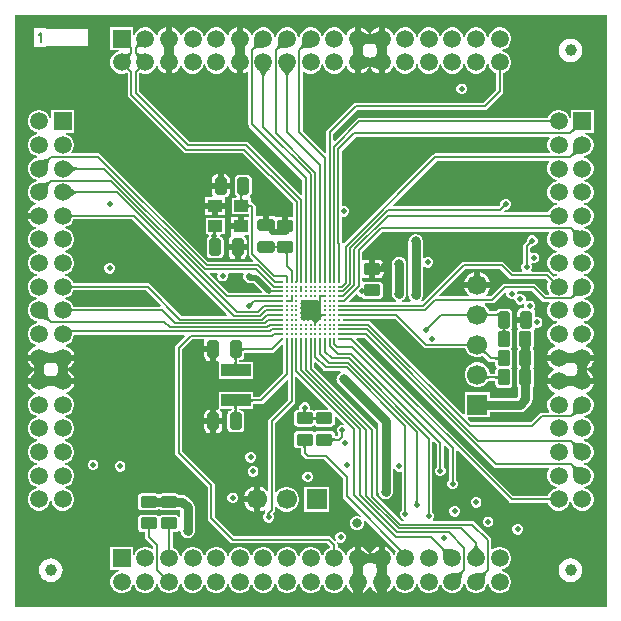
<source format=gtl>
G04*
G04 #@! TF.GenerationSoftware,Altium Limited,Altium Designer,22.3.1 (43)*
G04*
G04 Layer_Physical_Order=1*
G04 Layer_Color=255*
%FSLAX25Y25*%
%MOIN*%
G70*
G04*
G04 #@! TF.SameCoordinates,697392F4-E1DC-46BD-99ED-7115868F3DC7*
G04*
G04*
G04 #@! TF.FilePolarity,Positive*
G04*
G01*
G75*
%ADD12C,0.00394*%
%ADD13C,0.00787*%
G04:AMPARAMS|DCode=23|XSize=40.35mil|YSize=55.12mil|CornerRadius=4.84mil|HoleSize=0mil|Usage=FLASHONLY|Rotation=90.000|XOffset=0mil|YOffset=0mil|HoleType=Round|Shape=RoundedRectangle|*
%AMROUNDEDRECTD23*
21,1,0.04035,0.04543,0,0,90.0*
21,1,0.03067,0.05512,0,0,90.0*
1,1,0.00969,0.02272,0.01534*
1,1,0.00969,0.02272,-0.01534*
1,1,0.00969,-0.02272,-0.01534*
1,1,0.00969,-0.02272,0.01534*
%
%ADD23ROUNDEDRECTD23*%
%ADD24C,0.00902*%
%ADD25R,0.04724X0.03937*%
%ADD26R,0.09843X0.03937*%
%ADD27C,0.03937*%
G04:AMPARAMS|DCode=28|XSize=40.35mil|YSize=55.12mil|CornerRadius=4.84mil|HoleSize=0mil|Usage=FLASHONLY|Rotation=0.000|XOffset=0mil|YOffset=0mil|HoleType=Round|Shape=RoundedRectangle|*
%AMROUNDEDRECTD28*
21,1,0.04035,0.04543,0,0,0.0*
21,1,0.03067,0.05512,0,0,0.0*
1,1,0.00969,0.01534,-0.02272*
1,1,0.00969,-0.01534,-0.02272*
1,1,0.00969,-0.01534,0.02272*
1,1,0.00969,0.01534,0.02272*
%
%ADD28ROUNDEDRECTD28*%
G04:AMPARAMS|DCode=29|XSize=39.37mil|YSize=57.09mil|CornerRadius=4.92mil|HoleSize=0mil|Usage=FLASHONLY|Rotation=180.000|XOffset=0mil|YOffset=0mil|HoleType=Round|Shape=RoundedRectangle|*
%AMROUNDEDRECTD29*
21,1,0.03937,0.04724,0,0,180.0*
21,1,0.02953,0.05709,0,0,180.0*
1,1,0.00984,-0.01476,0.02362*
1,1,0.00984,0.01476,0.02362*
1,1,0.00984,0.01476,-0.02362*
1,1,0.00984,-0.01476,-0.02362*
%
%ADD29ROUNDEDRECTD29*%
G04:AMPARAMS|DCode=30|XSize=39.37mil|YSize=57.09mil|CornerRadius=4.92mil|HoleSize=0mil|Usage=FLASHONLY|Rotation=270.000|XOffset=0mil|YOffset=0mil|HoleType=Round|Shape=RoundedRectangle|*
%AMROUNDEDRECTD30*
21,1,0.03937,0.04724,0,0,270.0*
21,1,0.02953,0.05709,0,0,270.0*
1,1,0.00984,-0.02362,-0.01476*
1,1,0.00984,-0.02362,0.01476*
1,1,0.00984,0.02362,0.01476*
1,1,0.00984,0.02362,-0.01476*
%
%ADD30ROUNDEDRECTD30*%
%ADD46C,0.03150*%
%ADD47C,0.00591*%
%ADD48C,0.01968*%
%ADD49C,0.00547*%
%ADD50R,0.05906X0.05906*%
%ADD51C,0.05906*%
%ADD52R,0.06693X0.06693*%
G04:AMPARAMS|DCode=53|XSize=66.93mil|YSize=66.93mil|CornerRadius=33.47mil|HoleSize=0mil|Usage=FLASHONLY|Rotation=180.000|XOffset=0mil|YOffset=0mil|HoleType=Round|Shape=RoundedRectangle|*
%AMROUNDEDRECTD53*
21,1,0.06693,0.00000,0,0,180.0*
21,1,0.00000,0.06693,0,0,180.0*
1,1,0.06693,0.00000,0.00000*
1,1,0.06693,0.00000,0.00000*
1,1,0.06693,0.00000,0.00000*
1,1,0.06693,0.00000,0.00000*
%
%ADD53ROUNDEDRECTD53*%
G04:AMPARAMS|DCode=54|XSize=66.93mil|YSize=66.93mil|CornerRadius=33.47mil|HoleSize=0mil|Usage=FLASHONLY|Rotation=270.000|XOffset=0mil|YOffset=0mil|HoleType=Round|Shape=RoundedRectangle|*
%AMROUNDEDRECTD54*
21,1,0.06693,0.00000,0,0,270.0*
21,1,0.00000,0.06693,0,0,270.0*
1,1,0.06693,0.00000,0.00000*
1,1,0.06693,0.00000,0.00000*
1,1,0.06693,0.00000,0.00000*
1,1,0.06693,0.00000,0.00000*
%
%ADD54ROUNDEDRECTD54*%
%ADD55R,0.06693X0.06693*%
%ADD56R,0.05906X0.05906*%
%ADD57C,0.01968*%
%ADD58C,0.02362*%
%ADD59C,0.03150*%
%ADD60C,0.01600*%
%ADD61C,0.01181*%
G36*
X98425Y-98425D02*
X-98425D01*
Y98425D01*
X98425D01*
Y-98425D01*
D02*
G37*
%LPC*%
G36*
X24622Y94375D02*
Y90551D01*
X22622D01*
Y94375D01*
X22096Y94235D01*
X21195Y93714D01*
X20459Y92978D01*
X19982Y92152D01*
X20252Y92170D01*
X20504Y92205D01*
X20732Y92249D01*
X20936Y92303D01*
X21116Y92367D01*
X21273Y92441D01*
X21405Y92525D01*
X21513Y92618D01*
Y88484D01*
X21405Y88578D01*
X21273Y88661D01*
X21116Y88735D01*
X20936Y88799D01*
X20732Y88853D01*
X20504Y88898D01*
X20252Y88932D01*
X19685Y88971D01*
X19118Y88932D01*
X18866Y88898D01*
X18638Y88853D01*
X18434Y88799D01*
X18254Y88735D01*
X18098Y88661D01*
X17965Y88578D01*
X17857Y88484D01*
Y92618D01*
X17965Y92525D01*
X18098Y92441D01*
X18254Y92367D01*
X18434Y92303D01*
X18638Y92249D01*
X18866Y92205D01*
X19118Y92170D01*
X19388Y92152D01*
X18911Y92978D01*
X18175Y93714D01*
X17274Y94235D01*
X16748Y94375D01*
Y90551D01*
X14748D01*
Y94375D01*
X14222Y94235D01*
X13321Y93714D01*
X12585Y92978D01*
X12065Y92077D01*
X11960Y91685D01*
X11442D01*
X11359Y91995D01*
X10867Y92848D01*
X10170Y93544D01*
X9318Y94036D01*
X8366Y94291D01*
X7382D01*
X6430Y94036D01*
X5578Y93544D01*
X4881Y92848D01*
X4389Y91995D01*
X4196Y91275D01*
X3678D01*
X3485Y91995D01*
X2993Y92848D01*
X2296Y93544D01*
X1444Y94036D01*
X492Y94291D01*
X-492D01*
X-1444Y94036D01*
X-2296Y93544D01*
X-2993Y92848D01*
X-3485Y91995D01*
X-3678Y91275D01*
X-4196D01*
X-4389Y91995D01*
X-4881Y92848D01*
X-5578Y93544D01*
X-6431Y94036D01*
X-7382Y94291D01*
X-8366D01*
X-9318Y94036D01*
X-10171Y93544D01*
X-10867Y92848D01*
X-11359Y91995D01*
X-11552Y91275D01*
X-12070D01*
X-12263Y91995D01*
X-12755Y92848D01*
X-13452Y93544D01*
X-14304Y94036D01*
X-15256Y94291D01*
X-16240D01*
X-17192Y94036D01*
X-18045Y93544D01*
X-18741Y92848D01*
X-19233Y91995D01*
X-19316Y91686D01*
X-19834D01*
X-19939Y92077D01*
X-20459Y92978D01*
X-21195Y93714D01*
X-22096Y94235D01*
X-22622Y94375D01*
Y90551D01*
X-24622D01*
Y94375D01*
X-25148Y94235D01*
X-26049Y93714D01*
X-26785Y92978D01*
X-27305Y92077D01*
X-27410Y91686D01*
X-27928D01*
X-28011Y91995D01*
X-28503Y92848D01*
X-29200Y93544D01*
X-30053Y94036D01*
X-31004Y94291D01*
X-31988D01*
X-32940Y94036D01*
X-33793Y93544D01*
X-34489Y92848D01*
X-34981Y91995D01*
X-35174Y91275D01*
X-35692D01*
X-35885Y91995D01*
X-36377Y92848D01*
X-37074Y93544D01*
X-37927Y94036D01*
X-38878Y94291D01*
X-39862D01*
X-40814Y94036D01*
X-41667Y93544D01*
X-42363Y92848D01*
X-42855Y91995D01*
X-42938Y91686D01*
X-43456D01*
X-43561Y92077D01*
X-44081Y92978D01*
X-44817Y93714D01*
X-45718Y94235D01*
X-46244Y94375D01*
Y90551D01*
X-48244D01*
Y94375D01*
X-48770Y94235D01*
X-49671Y93714D01*
X-50407Y92978D01*
X-50928Y92077D01*
X-51032Y91685D01*
X-51550D01*
X-51633Y91995D01*
X-52125Y92848D01*
X-52822Y93544D01*
X-53675Y94036D01*
X-54626Y94291D01*
X-55611D01*
X-56562Y94036D01*
X-57415Y93544D01*
X-58111Y92848D01*
X-58604Y91995D01*
X-58752Y91440D01*
X-59252Y91506D01*
Y94291D01*
X-66732D01*
Y86811D01*
X-63947D01*
X-63881Y86311D01*
X-64436Y86162D01*
X-65289Y85670D01*
X-65985Y84974D01*
X-66478Y84121D01*
X-66732Y83170D01*
Y82185D01*
X-66478Y81234D01*
X-65985Y80381D01*
X-65289Y79684D01*
X-64436Y79192D01*
X-63485Y78937D01*
X-62500D01*
X-61549Y79192D01*
X-61295Y79338D01*
X-60909Y79031D01*
Y71861D01*
X-60909Y71861D01*
X-60826Y71447D01*
X-60592Y71096D01*
X-42209Y52713D01*
X-42209Y52713D01*
X-41858Y52479D01*
X-41445Y52397D01*
X-41444Y52397D01*
X-22566D01*
X-14904Y44735D01*
X-14904Y44735D01*
X-13813Y43644D01*
X-5790Y35621D01*
Y31564D01*
X-6177Y31247D01*
X-6228Y31257D01*
X-7500D01*
Y28211D01*
X-9500D01*
Y31257D01*
X-10772D01*
X-11351Y31142D01*
X-11536Y31019D01*
X-11562Y31058D01*
X-12056Y31388D01*
X-12638Y31504D01*
X-14000D01*
Y28506D01*
X-16000D01*
Y31504D01*
X-17362D01*
X-17745Y31427D01*
X-18245Y31743D01*
Y34385D01*
X-18245Y34385D01*
X-18337Y34846D01*
X-18598Y35237D01*
X-18598Y35237D01*
X-19059Y35698D01*
X-19450Y35959D01*
X-19910Y36051D01*
X-20020Y36533D01*
Y37602D01*
X-20098D01*
X-20250Y38102D01*
X-20081Y38215D01*
X-19799Y38638D01*
X-19699Y39138D01*
Y43862D01*
X-19799Y44361D01*
X-20081Y44785D01*
X-20505Y45068D01*
X-21004Y45167D01*
X-23957D01*
X-24456Y45068D01*
X-24879Y44785D01*
X-25162Y44361D01*
X-25261Y43862D01*
Y39138D01*
X-25162Y38638D01*
X-24879Y38215D01*
X-24710Y38102D01*
X-24862Y37602D01*
X-26319D01*
Y32091D01*
X-20653D01*
Y31122D01*
X-22169D01*
Y28154D01*
X-23169D01*
Y27154D01*
X-26531D01*
Y25242D01*
X-26531Y25186D01*
X-26532Y24685D01*
X-26902Y24438D01*
X-27232Y23944D01*
X-27348Y23362D01*
Y22000D01*
X-24350D01*
X-21352D01*
Y23362D01*
X-21468Y23944D01*
X-21798Y24438D01*
X-22168Y24685D01*
X-22022Y25185D01*
X-20653D01*
Y18743D01*
X-20653Y18743D01*
X-20562Y18282D01*
X-20301Y17891D01*
X-19084Y16675D01*
X-19276Y16213D01*
X-34195D01*
X-69916Y51934D01*
X-70307Y52195D01*
X-70768Y52287D01*
X-70768Y52287D01*
X-79566D01*
X-79757Y52749D01*
X-79684Y52822D01*
X-79192Y53675D01*
X-78937Y54626D01*
Y55611D01*
X-79192Y56562D01*
X-79684Y57415D01*
X-80381Y58111D01*
X-81234Y58604D01*
X-81788Y58752D01*
X-81722Y59252D01*
X-78937D01*
Y66732D01*
X-86417D01*
Y63947D01*
X-86917Y63881D01*
X-87066Y64436D01*
X-87558Y65289D01*
X-88255Y65985D01*
X-89108Y66478D01*
X-90059Y66732D01*
X-91044D01*
X-91995Y66478D01*
X-92848Y65985D01*
X-93544Y65289D01*
X-94036Y64436D01*
X-94291Y63485D01*
Y62500D01*
X-94036Y61549D01*
X-93544Y60696D01*
X-92848Y59999D01*
X-91995Y59507D01*
X-91275Y59314D01*
Y58796D01*
X-91995Y58604D01*
X-92848Y58111D01*
X-93544Y57415D01*
X-94036Y56562D01*
X-94291Y55611D01*
Y54626D01*
X-94036Y53675D01*
X-93544Y52822D01*
X-92848Y52125D01*
X-91995Y51633D01*
X-91275Y51440D01*
Y50922D01*
X-91995Y50729D01*
X-92848Y50237D01*
X-93544Y49541D01*
X-94036Y48688D01*
X-94291Y47736D01*
Y46752D01*
X-94036Y45801D01*
X-93544Y44948D01*
X-92848Y44251D01*
X-91995Y43759D01*
X-91275Y43566D01*
Y43048D01*
X-91995Y42855D01*
X-92848Y42363D01*
X-93544Y41667D01*
X-94036Y40814D01*
X-94291Y39862D01*
Y38878D01*
X-94036Y37927D01*
X-93544Y37074D01*
X-92848Y36377D01*
X-91995Y35885D01*
X-91686Y35802D01*
Y35284D01*
X-92077Y35179D01*
X-92978Y34659D01*
X-93714Y33923D01*
X-94235Y33022D01*
X-94375Y32496D01*
X-90551D01*
Y30496D01*
X-94375D01*
X-94235Y29970D01*
X-93714Y29069D01*
X-92978Y28333D01*
X-92077Y27813D01*
X-91686Y27708D01*
Y27190D01*
X-91995Y27107D01*
X-92848Y26615D01*
X-93544Y25919D01*
X-94036Y25066D01*
X-94291Y24114D01*
Y23130D01*
X-94036Y22178D01*
X-93544Y21326D01*
X-92848Y20629D01*
X-91995Y20137D01*
X-91275Y19944D01*
Y19426D01*
X-91995Y19233D01*
X-92848Y18741D01*
X-93544Y18045D01*
X-94036Y17192D01*
X-94291Y16240D01*
Y15256D01*
X-94036Y14304D01*
X-93544Y13452D01*
X-92848Y12755D01*
X-91995Y12263D01*
X-91275Y12070D01*
Y11552D01*
X-91995Y11359D01*
X-92848Y10867D01*
X-93544Y10171D01*
X-94036Y9318D01*
X-94291Y8366D01*
Y7382D01*
X-94036Y6431D01*
X-93544Y5578D01*
X-92848Y4881D01*
X-91995Y4389D01*
X-91275Y4196D01*
Y3678D01*
X-91995Y3485D01*
X-92848Y2993D01*
X-93544Y2296D01*
X-94036Y1444D01*
X-94291Y492D01*
Y-492D01*
X-94036Y-1444D01*
X-93544Y-2296D01*
X-92848Y-2993D01*
X-91995Y-3485D01*
X-91275Y-3678D01*
Y-4196D01*
X-91995Y-4389D01*
X-92848Y-4881D01*
X-93544Y-5578D01*
X-94036Y-6430D01*
X-94291Y-7382D01*
Y-8366D01*
X-94036Y-9318D01*
X-93544Y-10170D01*
X-92848Y-10867D01*
X-91995Y-11359D01*
X-91685Y-11442D01*
Y-11960D01*
X-92077Y-12065D01*
X-92978Y-12585D01*
X-93714Y-13321D01*
X-94235Y-14222D01*
X-94375Y-14748D01*
X-90551D01*
Y-16748D01*
X-94375D01*
X-94235Y-17274D01*
X-93714Y-18175D01*
X-92978Y-18911D01*
X-92152Y-19388D01*
X-92170Y-19118D01*
X-92205Y-18866D01*
X-92249Y-18638D01*
X-92303Y-18434D01*
X-92367Y-18254D01*
X-92441Y-18098D01*
X-92525Y-17965D01*
X-92618Y-17857D01*
X-88484D01*
X-88578Y-17965D01*
X-88661Y-18098D01*
X-88735Y-18254D01*
X-88799Y-18434D01*
X-88853Y-18638D01*
X-88898Y-18866D01*
X-88932Y-19118D01*
X-88971Y-19685D01*
X-88932Y-20252D01*
X-88898Y-20504D01*
X-88853Y-20732D01*
X-88799Y-20936D01*
X-88735Y-21116D01*
X-88661Y-21273D01*
X-88578Y-21405D01*
X-88484Y-21513D01*
X-92618D01*
X-92525Y-21405D01*
X-92441Y-21273D01*
X-92367Y-21116D01*
X-92303Y-20936D01*
X-92249Y-20732D01*
X-92205Y-20504D01*
X-92170Y-20252D01*
X-92152Y-19982D01*
X-92978Y-20459D01*
X-93714Y-21195D01*
X-94235Y-22096D01*
X-94375Y-22622D01*
X-90551D01*
Y-24622D01*
X-94375D01*
X-94235Y-25148D01*
X-93714Y-26049D01*
X-92978Y-26785D01*
X-92077Y-27305D01*
X-91686Y-27410D01*
Y-27928D01*
X-91995Y-28011D01*
X-92848Y-28503D01*
X-93544Y-29200D01*
X-94036Y-30053D01*
X-94291Y-31004D01*
Y-31988D01*
X-94036Y-32940D01*
X-93544Y-33793D01*
X-92848Y-34489D01*
X-91995Y-34981D01*
X-91275Y-35174D01*
Y-35692D01*
X-91995Y-35885D01*
X-92848Y-36377D01*
X-93544Y-37074D01*
X-94036Y-37927D01*
X-94291Y-38878D01*
Y-39862D01*
X-94036Y-40814D01*
X-93544Y-41667D01*
X-92848Y-42363D01*
X-91995Y-42855D01*
X-91275Y-43048D01*
Y-43566D01*
X-91995Y-43759D01*
X-92848Y-44251D01*
X-93544Y-44948D01*
X-94036Y-45801D01*
X-94291Y-46752D01*
Y-47737D01*
X-94036Y-48688D01*
X-93544Y-49541D01*
X-92848Y-50237D01*
X-91995Y-50730D01*
X-91275Y-50922D01*
Y-51440D01*
X-91995Y-51633D01*
X-92848Y-52125D01*
X-93544Y-52822D01*
X-94036Y-53675D01*
X-94291Y-54626D01*
Y-55611D01*
X-94036Y-56562D01*
X-93544Y-57415D01*
X-92848Y-58111D01*
X-91995Y-58604D01*
X-91275Y-58796D01*
Y-59314D01*
X-91995Y-59507D01*
X-92848Y-59999D01*
X-93544Y-60696D01*
X-94036Y-61549D01*
X-94291Y-62500D01*
Y-63485D01*
X-94036Y-64436D01*
X-93544Y-65289D01*
X-92848Y-65985D01*
X-91995Y-66478D01*
X-91044Y-66732D01*
X-90059D01*
X-89108Y-66478D01*
X-88255Y-65985D01*
X-87558Y-65289D01*
X-87066Y-64436D01*
X-86873Y-63716D01*
X-86355D01*
X-86162Y-64436D01*
X-85670Y-65289D01*
X-84974Y-65985D01*
X-84121Y-66478D01*
X-83170Y-66732D01*
X-82185D01*
X-81234Y-66478D01*
X-80381Y-65985D01*
X-79684Y-65289D01*
X-79192Y-64436D01*
X-78937Y-63485D01*
Y-62500D01*
X-79192Y-61549D01*
X-79684Y-60696D01*
X-80381Y-59999D01*
X-81234Y-59507D01*
X-81954Y-59314D01*
Y-58796D01*
X-81234Y-58604D01*
X-80381Y-58111D01*
X-79684Y-57415D01*
X-79192Y-56562D01*
X-78937Y-55611D01*
Y-54626D01*
X-79192Y-53675D01*
X-79684Y-52822D01*
X-80381Y-52125D01*
X-81234Y-51633D01*
X-81954Y-51440D01*
Y-50922D01*
X-81234Y-50730D01*
X-80381Y-50237D01*
X-79684Y-49541D01*
X-79192Y-48688D01*
X-78937Y-47737D01*
Y-46752D01*
X-79192Y-45801D01*
X-79684Y-44948D01*
X-80381Y-44251D01*
X-81234Y-43759D01*
X-81954Y-43566D01*
Y-43048D01*
X-81234Y-42855D01*
X-80381Y-42363D01*
X-79684Y-41667D01*
X-79192Y-40814D01*
X-78937Y-39862D01*
Y-38878D01*
X-79192Y-37927D01*
X-79684Y-37074D01*
X-80381Y-36377D01*
X-81234Y-35885D01*
X-81954Y-35692D01*
Y-35174D01*
X-81234Y-34981D01*
X-80381Y-34489D01*
X-79684Y-33793D01*
X-79192Y-32940D01*
X-78937Y-31988D01*
Y-31004D01*
X-79192Y-30053D01*
X-79684Y-29200D01*
X-80381Y-28503D01*
X-81234Y-28011D01*
X-81543Y-27928D01*
Y-27410D01*
X-81151Y-27305D01*
X-80250Y-26785D01*
X-79514Y-26049D01*
X-78994Y-25148D01*
X-78853Y-24622D01*
X-82677D01*
Y-22622D01*
X-78853D01*
X-78994Y-22096D01*
X-79514Y-21195D01*
X-80250Y-20459D01*
X-81077Y-19982D01*
X-81058Y-20252D01*
X-81024Y-20504D01*
X-80979Y-20732D01*
X-80925Y-20936D01*
X-80861Y-21116D01*
X-80787Y-21273D01*
X-80704Y-21405D01*
X-80610Y-21513D01*
X-84744D01*
X-84651Y-21405D01*
X-84567Y-21273D01*
X-84493Y-21116D01*
X-84429Y-20936D01*
X-84375Y-20732D01*
X-84331Y-20504D01*
X-84296Y-20252D01*
X-84258Y-19685D01*
X-84296Y-19118D01*
X-84331Y-18866D01*
X-84375Y-18638D01*
X-84429Y-18434D01*
X-84493Y-18254D01*
X-84567Y-18098D01*
X-84651Y-17965D01*
X-84744Y-17857D01*
X-80610D01*
X-80704Y-17965D01*
X-80787Y-18098D01*
X-80861Y-18254D01*
X-80925Y-18434D01*
X-80979Y-18638D01*
X-81024Y-18866D01*
X-81058Y-19118D01*
X-81077Y-19388D01*
X-80250Y-18911D01*
X-79514Y-18175D01*
X-78994Y-17274D01*
X-78853Y-16748D01*
X-82677D01*
Y-14748D01*
X-78853D01*
X-78994Y-14222D01*
X-79514Y-13321D01*
X-80250Y-12585D01*
X-81151Y-12065D01*
X-81543Y-11960D01*
Y-11442D01*
X-81234Y-11359D01*
X-80381Y-10867D01*
X-79684Y-10170D01*
X-79192Y-9318D01*
X-78937Y-8366D01*
Y-8204D01*
X-42061D01*
X-41869Y-8666D01*
X-44851Y-11648D01*
X-45113Y-12039D01*
X-45204Y-12500D01*
X-45204Y-12500D01*
Y-47500D01*
X-45204Y-47500D01*
X-45113Y-47961D01*
X-44851Y-48351D01*
X-34359Y-58844D01*
Y-69345D01*
X-34359Y-69345D01*
X-34267Y-69806D01*
X-34006Y-70197D01*
X-26851Y-77351D01*
X-26461Y-77613D01*
X-26000Y-77704D01*
X-26000Y-77704D01*
X5501D01*
X6463Y-78666D01*
X6447Y-78924D01*
X6348Y-79239D01*
X5578Y-79684D01*
X4881Y-80381D01*
X4389Y-81234D01*
X4196Y-81954D01*
X3678D01*
X3485Y-81234D01*
X2993Y-80381D01*
X2296Y-79684D01*
X1444Y-79192D01*
X492Y-78937D01*
X-492D01*
X-1444Y-79192D01*
X-2296Y-79684D01*
X-2993Y-80381D01*
X-3485Y-81234D01*
X-3678Y-81954D01*
X-4196D01*
X-4389Y-81234D01*
X-4881Y-80381D01*
X-5578Y-79684D01*
X-6431Y-79192D01*
X-7382Y-78937D01*
X-8366D01*
X-9318Y-79192D01*
X-10171Y-79684D01*
X-10867Y-80381D01*
X-11359Y-81234D01*
X-11552Y-81954D01*
X-12070D01*
X-12263Y-81234D01*
X-12755Y-80381D01*
X-13452Y-79684D01*
X-14304Y-79192D01*
X-15256Y-78937D01*
X-16240D01*
X-17192Y-79192D01*
X-18045Y-79684D01*
X-18741Y-80381D01*
X-19233Y-81234D01*
X-19426Y-81954D01*
X-19944D01*
X-20137Y-81234D01*
X-20629Y-80381D01*
X-21326Y-79684D01*
X-22178Y-79192D01*
X-23130Y-78937D01*
X-24114D01*
X-25066Y-79192D01*
X-25919Y-79684D01*
X-26615Y-80381D01*
X-27107Y-81234D01*
X-27300Y-81954D01*
X-27818D01*
X-28011Y-81234D01*
X-28503Y-80381D01*
X-29200Y-79684D01*
X-30053Y-79192D01*
X-31004Y-78937D01*
X-31988D01*
X-32940Y-79192D01*
X-33793Y-79684D01*
X-34489Y-80381D01*
X-34981Y-81234D01*
X-35174Y-81954D01*
X-35692D01*
X-35885Y-81234D01*
X-36377Y-80381D01*
X-37074Y-79684D01*
X-37927Y-79192D01*
X-38878Y-78937D01*
X-39862D01*
X-40814Y-79192D01*
X-41667Y-79684D01*
X-42363Y-80381D01*
X-42855Y-81234D01*
X-43048Y-81954D01*
X-43566D01*
X-43759Y-81234D01*
X-44251Y-80381D01*
X-44948Y-79684D01*
X-45801Y-79192D01*
X-46040Y-79128D01*
Y-73830D01*
X-44972D01*
X-44476Y-73731D01*
X-44056Y-73450D01*
X-43909Y-73230D01*
X-43409Y-73382D01*
Y-73500D01*
X-43362Y-73733D01*
Y-73970D01*
X-43271Y-74189D01*
X-43225Y-74422D01*
X-43093Y-74619D01*
X-43003Y-74838D01*
X-42835Y-75006D01*
X-42703Y-75203D01*
X-42506Y-75335D01*
X-42338Y-75503D01*
X-42119Y-75593D01*
X-41922Y-75725D01*
X-41689Y-75771D01*
X-41470Y-75862D01*
X-41233D01*
X-41000Y-75908D01*
X-40767Y-75862D01*
X-40530D01*
X-40311Y-75771D01*
X-40078Y-75725D01*
X-39881Y-75593D01*
X-39662Y-75503D01*
X-39494Y-75335D01*
X-39297Y-75203D01*
X-39165Y-75006D01*
X-38997Y-74838D01*
X-38907Y-74619D01*
X-38775Y-74422D01*
X-38729Y-74189D01*
X-38638Y-73970D01*
Y-73733D01*
X-38592Y-73500D01*
Y-65660D01*
X-38775Y-64738D01*
X-39297Y-63957D01*
X-41142Y-62112D01*
X-41923Y-61590D01*
X-42845Y-61406D01*
X-44028D01*
X-44056Y-61365D01*
X-44476Y-61084D01*
X-44972Y-60985D01*
X-49516D01*
X-50012Y-61084D01*
X-50432Y-61365D01*
X-50811D01*
X-51232Y-61084D01*
X-51728Y-60985D01*
X-56272D01*
X-56768Y-61084D01*
X-57188Y-61365D01*
X-57469Y-61785D01*
X-57568Y-62282D01*
Y-65348D01*
X-57469Y-65845D01*
X-57188Y-66265D01*
X-56768Y-66546D01*
X-56272Y-66645D01*
X-51728D01*
X-51232Y-66546D01*
X-50811Y-66265D01*
X-50432D01*
X-50012Y-66546D01*
X-49516Y-66645D01*
X-44972D01*
X-44476Y-66546D01*
X-44056Y-66265D01*
X-43604Y-66462D01*
X-43409Y-66658D01*
Y-68618D01*
X-43909Y-68770D01*
X-44056Y-68550D01*
X-44476Y-68269D01*
X-44972Y-68170D01*
X-49516D01*
X-50012Y-68269D01*
X-50279Y-68447D01*
X-50622Y-68513D01*
X-50965Y-68447D01*
X-51232Y-68269D01*
X-51728Y-68170D01*
X-56272D01*
X-56768Y-68269D01*
X-57188Y-68550D01*
X-57469Y-68970D01*
X-57568Y-69467D01*
Y-72534D01*
X-57469Y-73030D01*
X-57188Y-73450D01*
X-56768Y-73731D01*
X-56272Y-73830D01*
X-55204D01*
Y-75500D01*
X-55204Y-75500D01*
X-55113Y-75961D01*
X-54852Y-76351D01*
X-52484Y-78719D01*
Y-79366D01*
X-52984Y-79591D01*
X-53675Y-79192D01*
X-54626Y-78937D01*
X-55611D01*
X-56562Y-79192D01*
X-57415Y-79684D01*
X-58111Y-80381D01*
X-58604Y-81234D01*
X-58752Y-81788D01*
X-59252Y-81722D01*
Y-78937D01*
X-66732D01*
Y-86417D01*
X-63947D01*
X-63881Y-86917D01*
X-64436Y-87066D01*
X-65289Y-87558D01*
X-65985Y-88255D01*
X-66478Y-89108D01*
X-66732Y-90059D01*
Y-91044D01*
X-66478Y-91995D01*
X-65985Y-92848D01*
X-65289Y-93544D01*
X-64436Y-94036D01*
X-63485Y-94291D01*
X-62500D01*
X-61549Y-94036D01*
X-60696Y-93544D01*
X-59999Y-92848D01*
X-59507Y-91995D01*
X-59314Y-91275D01*
X-58796D01*
X-58604Y-91995D01*
X-58111Y-92848D01*
X-57415Y-93544D01*
X-56562Y-94036D01*
X-55611Y-94291D01*
X-54626D01*
X-53675Y-94036D01*
X-52822Y-93544D01*
X-52125Y-92848D01*
X-51633Y-91995D01*
X-51440Y-91275D01*
X-50922D01*
X-50729Y-91995D01*
X-50237Y-92848D01*
X-49541Y-93544D01*
X-48688Y-94036D01*
X-47736Y-94291D01*
X-46752D01*
X-45801Y-94036D01*
X-44948Y-93544D01*
X-44251Y-92848D01*
X-43759Y-91995D01*
X-43566Y-91275D01*
X-43048D01*
X-42855Y-91995D01*
X-42363Y-92848D01*
X-41667Y-93544D01*
X-40814Y-94036D01*
X-39862Y-94291D01*
X-38878D01*
X-37927Y-94036D01*
X-37074Y-93544D01*
X-36377Y-92848D01*
X-35885Y-91995D01*
X-35692Y-91275D01*
X-35174D01*
X-34981Y-91995D01*
X-34489Y-92848D01*
X-33793Y-93544D01*
X-32940Y-94036D01*
X-31988Y-94291D01*
X-31004D01*
X-30053Y-94036D01*
X-29200Y-93544D01*
X-28503Y-92848D01*
X-28011Y-91995D01*
X-27818Y-91275D01*
X-27300D01*
X-27107Y-91995D01*
X-26615Y-92848D01*
X-25919Y-93544D01*
X-25066Y-94036D01*
X-24114Y-94291D01*
X-23130D01*
X-22178Y-94036D01*
X-21326Y-93544D01*
X-20629Y-92848D01*
X-20137Y-91995D01*
X-19944Y-91275D01*
X-19426D01*
X-19233Y-91995D01*
X-18741Y-92848D01*
X-18045Y-93544D01*
X-17192Y-94036D01*
X-16240Y-94291D01*
X-15256D01*
X-14304Y-94036D01*
X-13452Y-93544D01*
X-12755Y-92848D01*
X-12263Y-91995D01*
X-12070Y-91275D01*
X-11552D01*
X-11359Y-91995D01*
X-10867Y-92848D01*
X-10171Y-93544D01*
X-9318Y-94036D01*
X-8366Y-94291D01*
X-7382D01*
X-6431Y-94036D01*
X-5578Y-93544D01*
X-4881Y-92848D01*
X-4389Y-91995D01*
X-4196Y-91275D01*
X-3678D01*
X-3485Y-91995D01*
X-2993Y-92848D01*
X-2296Y-93544D01*
X-1444Y-94036D01*
X-492Y-94291D01*
X492D01*
X1444Y-94036D01*
X2296Y-93544D01*
X2993Y-92848D01*
X3485Y-91995D01*
X3678Y-91275D01*
X4196D01*
X4389Y-91995D01*
X4881Y-92848D01*
X5578Y-93544D01*
X6430Y-94036D01*
X7382Y-94291D01*
X8366D01*
X9318Y-94036D01*
X10170Y-93544D01*
X10867Y-92848D01*
X11359Y-91995D01*
X11442Y-91685D01*
X11960D01*
X12065Y-92077D01*
X12585Y-92978D01*
X13321Y-93714D01*
X14148Y-94191D01*
X14129Y-93921D01*
X14095Y-93669D01*
X14050Y-93441D01*
X13996Y-93237D01*
X13932Y-93057D01*
X13858Y-92901D01*
X13775Y-92768D01*
X13681Y-92660D01*
X14748D01*
Y-90551D01*
X16748D01*
Y-92660D01*
X17815D01*
X17721Y-92768D01*
X17638Y-92901D01*
X17564Y-93057D01*
X17500Y-93237D01*
X17446Y-93441D01*
X17402Y-93669D01*
X17367Y-93921D01*
X17349Y-94191D01*
X18175Y-93714D01*
X18911Y-92978D01*
X19424Y-92089D01*
X19533Y-92063D01*
X19837D01*
X19946Y-92089D01*
X20459Y-92978D01*
X21195Y-93714D01*
X22021Y-94191D01*
X22003Y-93921D01*
X21969Y-93669D01*
X21924Y-93441D01*
X21870Y-93237D01*
X21806Y-93057D01*
X21732Y-92901D01*
X21649Y-92768D01*
X21555Y-92660D01*
X22622D01*
Y-90551D01*
X24622D01*
Y-92660D01*
X25689D01*
X25596Y-92768D01*
X25512Y-92901D01*
X25438Y-93057D01*
X25374Y-93237D01*
X25320Y-93441D01*
X25276Y-93669D01*
X25241Y-93921D01*
X25223Y-94191D01*
X26049Y-93714D01*
X26785Y-92978D01*
X27305Y-92077D01*
X27410Y-91686D01*
X27928D01*
X28011Y-91995D01*
X28503Y-92848D01*
X29200Y-93544D01*
X30053Y-94036D01*
X31004Y-94291D01*
X31988D01*
X32940Y-94036D01*
X33793Y-93544D01*
X34489Y-92848D01*
X34981Y-91995D01*
X35174Y-91275D01*
X35692D01*
X35885Y-91995D01*
X36377Y-92848D01*
X37074Y-93544D01*
X37927Y-94036D01*
X38878Y-94291D01*
X39862D01*
X40814Y-94036D01*
X41667Y-93544D01*
X42363Y-92848D01*
X42855Y-91995D01*
X43048Y-91275D01*
X43566D01*
X43759Y-91995D01*
X44251Y-92848D01*
X44948Y-93544D01*
X45801Y-94036D01*
X46752Y-94291D01*
X47737D01*
X48688Y-94036D01*
X49541Y-93544D01*
X50237Y-92848D01*
X50730Y-91995D01*
X50922Y-91275D01*
X51440D01*
X51633Y-91995D01*
X52125Y-92848D01*
X52822Y-93544D01*
X53675Y-94036D01*
X54626Y-94291D01*
X55611D01*
X56562Y-94036D01*
X57415Y-93544D01*
X58111Y-92848D01*
X58604Y-91995D01*
X58796Y-91275D01*
X59314D01*
X59507Y-91995D01*
X59999Y-92848D01*
X60696Y-93544D01*
X61549Y-94036D01*
X62500Y-94291D01*
X63485D01*
X64436Y-94036D01*
X65289Y-93544D01*
X65985Y-92848D01*
X66478Y-91995D01*
X66732Y-91044D01*
Y-90059D01*
X66478Y-89108D01*
X65985Y-88255D01*
X65289Y-87558D01*
X64436Y-87066D01*
X63716Y-86873D01*
Y-86355D01*
X64436Y-86162D01*
X65289Y-85670D01*
X65985Y-84974D01*
X66478Y-84121D01*
X66732Y-83170D01*
Y-82185D01*
X66478Y-81234D01*
X65985Y-80381D01*
X65289Y-79684D01*
X64436Y-79192D01*
X63485Y-78937D01*
X62500D01*
X61549Y-79192D01*
X60696Y-79684D01*
X60623Y-79757D01*
X60161Y-79566D01*
Y-76457D01*
X60161Y-76457D01*
X60069Y-75996D01*
X59808Y-75605D01*
X54792Y-70589D01*
X54402Y-70328D01*
X53941Y-70237D01*
X53941Y-70237D01*
X40846D01*
X40639Y-69737D01*
X40872Y-69504D01*
X41142Y-68852D01*
Y-68148D01*
X40872Y-67496D01*
X40574Y-67199D01*
Y-43931D01*
X41036Y-43739D01*
X42004Y-44708D01*
Y-52199D01*
X41707Y-52496D01*
X41437Y-53148D01*
Y-53852D01*
X41707Y-54504D01*
X42205Y-55002D01*
X42856Y-55272D01*
X43561D01*
X44212Y-55002D01*
X44711Y-54504D01*
X44980Y-53852D01*
Y-53148D01*
X44711Y-52496D01*
X44413Y-52199D01*
Y-45269D01*
X44875Y-45078D01*
X46087Y-46290D01*
Y-56490D01*
X45789Y-56788D01*
X45520Y-57439D01*
Y-58144D01*
X45789Y-58795D01*
X46288Y-59294D01*
X46939Y-59563D01*
X47644D01*
X48295Y-59294D01*
X48793Y-58795D01*
X49063Y-58144D01*
Y-57439D01*
X48793Y-56788D01*
X48496Y-56490D01*
Y-46852D01*
X48957Y-46661D01*
X66141Y-63844D01*
X66141Y-63844D01*
X66531Y-64105D01*
X66992Y-64196D01*
X79128D01*
X79192Y-64436D01*
X79684Y-65289D01*
X80381Y-65985D01*
X81234Y-66478D01*
X82185Y-66732D01*
X83170D01*
X84121Y-66478D01*
X84974Y-65985D01*
X85670Y-65289D01*
X86162Y-64436D01*
X86355Y-63716D01*
X86873D01*
X87066Y-64436D01*
X87558Y-65289D01*
X88255Y-65985D01*
X89108Y-66478D01*
X90059Y-66732D01*
X91044D01*
X91995Y-66478D01*
X92848Y-65985D01*
X93544Y-65289D01*
X94036Y-64436D01*
X94291Y-63485D01*
Y-62500D01*
X94036Y-61549D01*
X93544Y-60696D01*
X92848Y-59999D01*
X91995Y-59507D01*
X91275Y-59314D01*
Y-58796D01*
X91995Y-58604D01*
X92848Y-58111D01*
X93544Y-57415D01*
X94036Y-56562D01*
X94291Y-55611D01*
Y-54626D01*
X94036Y-53675D01*
X93544Y-52822D01*
X92848Y-52125D01*
X91995Y-51633D01*
X91275Y-51440D01*
Y-50922D01*
X91995Y-50730D01*
X92848Y-50237D01*
X93544Y-49541D01*
X94036Y-48688D01*
X94291Y-47737D01*
Y-46752D01*
X94036Y-45801D01*
X93544Y-44948D01*
X92848Y-44251D01*
X91995Y-43759D01*
X91275Y-43566D01*
Y-43048D01*
X91995Y-42855D01*
X92848Y-42363D01*
X93544Y-41667D01*
X94036Y-40814D01*
X94291Y-39862D01*
Y-38878D01*
X94036Y-37927D01*
X93544Y-37074D01*
X92848Y-36377D01*
X91995Y-35885D01*
X91275Y-35692D01*
Y-35174D01*
X91995Y-34981D01*
X92848Y-34489D01*
X93544Y-33793D01*
X94036Y-32940D01*
X94291Y-31988D01*
Y-31004D01*
X94036Y-30053D01*
X93544Y-29200D01*
X92848Y-28503D01*
X91995Y-28011D01*
X91686Y-27928D01*
Y-27410D01*
X92077Y-27305D01*
X92978Y-26785D01*
X93714Y-26049D01*
X94235Y-25148D01*
X94375Y-24622D01*
X90551D01*
Y-22622D01*
X94375D01*
X94235Y-22096D01*
X93714Y-21195D01*
X92978Y-20459D01*
X92152Y-19982D01*
X92170Y-20252D01*
X92205Y-20504D01*
X92249Y-20732D01*
X92303Y-20936D01*
X92367Y-21116D01*
X92441Y-21273D01*
X92525Y-21405D01*
X92618Y-21513D01*
X88484D01*
X88578Y-21405D01*
X88661Y-21273D01*
X88735Y-21116D01*
X88799Y-20936D01*
X88853Y-20732D01*
X88898Y-20504D01*
X88932Y-20252D01*
X88971Y-19685D01*
X88932Y-19118D01*
X88898Y-18866D01*
X88853Y-18638D01*
X88799Y-18434D01*
X88735Y-18254D01*
X88661Y-18098D01*
X88578Y-17965D01*
X88484Y-17857D01*
X92618D01*
X92525Y-17965D01*
X92441Y-18098D01*
X92367Y-18254D01*
X92303Y-18434D01*
X92249Y-18638D01*
X92205Y-18866D01*
X92170Y-19118D01*
X92152Y-19388D01*
X92978Y-18911D01*
X93714Y-18175D01*
X94235Y-17274D01*
X94375Y-16748D01*
X90551D01*
Y-14748D01*
X94375D01*
X94235Y-14222D01*
X93714Y-13321D01*
X92978Y-12585D01*
X92077Y-12065D01*
X91685Y-11960D01*
Y-11442D01*
X91995Y-11359D01*
X92848Y-10867D01*
X93544Y-10170D01*
X94036Y-9318D01*
X94291Y-8366D01*
Y-7382D01*
X94036Y-6430D01*
X93544Y-5578D01*
X92848Y-4881D01*
X91995Y-4389D01*
X91275Y-4196D01*
Y-3678D01*
X91995Y-3485D01*
X92848Y-2993D01*
X93544Y-2296D01*
X94036Y-1444D01*
X94291Y-492D01*
Y492D01*
X94036Y1444D01*
X93544Y2296D01*
X92848Y2993D01*
X91995Y3485D01*
X91275Y3678D01*
Y4196D01*
X91995Y4389D01*
X92848Y4881D01*
X93544Y5578D01*
X94036Y6431D01*
X94291Y7382D01*
Y8366D01*
X94036Y9318D01*
X93544Y10171D01*
X92848Y10867D01*
X91995Y11359D01*
X91275Y11552D01*
Y12070D01*
X91995Y12263D01*
X92848Y12755D01*
X93544Y13452D01*
X94036Y14304D01*
X94291Y15256D01*
Y16240D01*
X94036Y17192D01*
X93544Y18045D01*
X92848Y18741D01*
X91995Y19233D01*
X91275Y19426D01*
Y19944D01*
X91995Y20137D01*
X92848Y20629D01*
X93544Y21326D01*
X94036Y22178D01*
X94291Y23130D01*
Y24114D01*
X94036Y25066D01*
X93544Y25919D01*
X92848Y26615D01*
X91995Y27107D01*
X91275Y27300D01*
Y27818D01*
X91995Y28011D01*
X92848Y28503D01*
X93544Y29200D01*
X94036Y30053D01*
X94291Y31004D01*
Y31988D01*
X94036Y32940D01*
X93544Y33793D01*
X92848Y34489D01*
X91995Y34981D01*
X91275Y35174D01*
Y35692D01*
X91995Y35885D01*
X92848Y36377D01*
X93544Y37074D01*
X94036Y37927D01*
X94291Y38878D01*
Y39862D01*
X94036Y40814D01*
X93544Y41667D01*
X92848Y42363D01*
X91995Y42855D01*
X91275Y43048D01*
Y43566D01*
X91995Y43759D01*
X92848Y44251D01*
X93544Y44948D01*
X94036Y45801D01*
X94291Y46752D01*
Y47736D01*
X94036Y48688D01*
X93544Y49541D01*
X92848Y50237D01*
X91995Y50729D01*
X91275Y50922D01*
Y51440D01*
X91995Y51633D01*
X92848Y52125D01*
X93544Y52822D01*
X94036Y53675D01*
X94291Y54626D01*
Y55611D01*
X94036Y56562D01*
X93544Y57415D01*
X92848Y58111D01*
X91995Y58604D01*
X91440Y58752D01*
X91506Y59252D01*
X94291D01*
Y66732D01*
X86811D01*
Y63947D01*
X86311Y63881D01*
X86162Y64436D01*
X85670Y65289D01*
X84974Y65985D01*
X84121Y66478D01*
X83170Y66732D01*
X82185D01*
X81234Y66478D01*
X80381Y65985D01*
X79684Y65289D01*
X79192Y64436D01*
X79128Y64196D01*
X16240D01*
X15779Y64105D01*
X15389Y63844D01*
X15389Y63844D01*
X7965Y56420D01*
X7503Y56612D01*
Y58800D01*
X15499Y66796D01*
X58000D01*
X58000Y66796D01*
X58461Y66887D01*
X58851Y67149D01*
X63844Y72141D01*
X63844Y72141D01*
X64105Y72531D01*
X64196Y72992D01*
X64196Y72992D01*
Y79128D01*
X64436Y79192D01*
X65289Y79684D01*
X65985Y80381D01*
X66478Y81234D01*
X66732Y82185D01*
Y83170D01*
X66478Y84121D01*
X65985Y84974D01*
X65289Y85670D01*
X64436Y86162D01*
X63716Y86355D01*
Y86873D01*
X64436Y87066D01*
X65289Y87558D01*
X65985Y88255D01*
X66478Y89108D01*
X66732Y90059D01*
Y91044D01*
X66478Y91995D01*
X65985Y92848D01*
X65289Y93544D01*
X64436Y94036D01*
X63485Y94291D01*
X62500D01*
X61549Y94036D01*
X60696Y93544D01*
X59999Y92848D01*
X59507Y91995D01*
X59314Y91275D01*
X58796D01*
X58604Y91995D01*
X58111Y92848D01*
X57415Y93544D01*
X56562Y94036D01*
X55611Y94291D01*
X54626D01*
X53675Y94036D01*
X52822Y93544D01*
X52125Y92848D01*
X51633Y91995D01*
X51440Y91275D01*
X50922D01*
X50730Y91995D01*
X50237Y92848D01*
X49541Y93544D01*
X48688Y94036D01*
X47737Y94291D01*
X46752D01*
X45801Y94036D01*
X44948Y93544D01*
X44251Y92848D01*
X43759Y91995D01*
X43566Y91275D01*
X43048D01*
X42855Y91995D01*
X42363Y92848D01*
X41667Y93544D01*
X40814Y94036D01*
X39862Y94291D01*
X38878D01*
X37927Y94036D01*
X37074Y93544D01*
X36377Y92848D01*
X35885Y91995D01*
X35692Y91275D01*
X35174D01*
X34981Y91995D01*
X34489Y92848D01*
X33793Y93544D01*
X32940Y94036D01*
X31988Y94291D01*
X31004D01*
X30053Y94036D01*
X29200Y93544D01*
X28503Y92848D01*
X28011Y91995D01*
X27928Y91686D01*
X27410D01*
X27305Y92077D01*
X26785Y92978D01*
X26049Y93714D01*
X25148Y94235D01*
X24622Y94375D01*
D02*
G37*
G36*
X-88388Y94011D02*
X-92287D01*
Y87713D01*
X-88388D01*
Y88000D01*
X-74283D01*
Y93906D01*
X-88388D01*
Y94011D01*
D02*
G37*
G36*
X86614Y90585D02*
X85586Y90450D01*
X84629Y90053D01*
X83806Y89422D01*
X83175Y88600D01*
X82779Y87642D01*
X82643Y86614D01*
X82779Y85586D01*
X83175Y84629D01*
X83806Y83806D01*
X84629Y83175D01*
X85586Y82779D01*
X86614Y82643D01*
X87642Y82779D01*
X88600Y83175D01*
X89422Y83806D01*
X90053Y84629D01*
X90450Y85586D01*
X90585Y86614D01*
X90450Y87642D01*
X90053Y88600D01*
X89422Y89422D01*
X88600Y90053D01*
X87642Y90450D01*
X86614Y90585D01*
D02*
G37*
G36*
X-28484Y45384D02*
X-28960D01*
Y42500D01*
X-26963D01*
Y43862D01*
X-27079Y44444D01*
X-27408Y44938D01*
X-27902Y45268D01*
X-28484Y45384D01*
D02*
G37*
G36*
X-30961D02*
X-31437D01*
X-32019Y45268D01*
X-32513Y44938D01*
X-32842Y44444D01*
X-32958Y43862D01*
Y42500D01*
X-30961D01*
Y45384D01*
D02*
G37*
G36*
X-26963Y40500D02*
X-32958D01*
Y39138D01*
X-32842Y38556D01*
X-32682Y38315D01*
X-32949Y37815D01*
X-35193D01*
Y35847D01*
X-28468D01*
Y37620D01*
X-27902Y37732D01*
X-27408Y38062D01*
X-27079Y38556D01*
X-26963Y39138D01*
Y40500D01*
D02*
G37*
G36*
X-28468Y33847D02*
X-30831D01*
Y31878D01*
X-28468D01*
Y33847D01*
D02*
G37*
G36*
X-32831D02*
X-35193D01*
Y31878D01*
X-32831D01*
Y33847D01*
D02*
G37*
G36*
X-24169Y31122D02*
X-26531D01*
Y29154D01*
X-24169D01*
Y31122D01*
D02*
G37*
G36*
X-28681Y30909D02*
X-34980D01*
Y25398D01*
X-34173D01*
X-33920Y25018D01*
Y24491D01*
X-34229Y24285D01*
X-34512Y23861D01*
X-34612Y23362D01*
Y18638D01*
X-34512Y18139D01*
X-34229Y17715D01*
X-33806Y17433D01*
X-33307Y17333D01*
X-30354D01*
X-29855Y17433D01*
X-29432Y17715D01*
X-29149Y18139D01*
X-29050Y18638D01*
Y23362D01*
X-29149Y23861D01*
X-29432Y24285D01*
X-29855Y24567D01*
X-30136Y24623D01*
X-30228Y24941D01*
X-29894Y25398D01*
X-28681D01*
Y30909D01*
D02*
G37*
G36*
X-21352Y20000D02*
X-23350D01*
Y17116D01*
X-22874D01*
X-22292Y17232D01*
X-21798Y17562D01*
X-21468Y18056D01*
X-21352Y18638D01*
Y20000D01*
D02*
G37*
G36*
X-25350D02*
X-27348D01*
Y18638D01*
X-27232Y18056D01*
X-26902Y17562D01*
X-26409Y17232D01*
X-25827Y17116D01*
X-25350D01*
Y20000D01*
D02*
G37*
G36*
X-72179Y-49737D02*
X-72884D01*
X-73535Y-50007D01*
X-74033Y-50505D01*
X-74303Y-51156D01*
Y-51861D01*
X-74033Y-52512D01*
X-73535Y-53011D01*
X-72884Y-53280D01*
X-72179D01*
X-71528Y-53011D01*
X-71029Y-52512D01*
X-70759Y-51861D01*
Y-51156D01*
X-71029Y-50505D01*
X-71528Y-50007D01*
X-72179Y-49737D01*
D02*
G37*
G36*
X-63148Y-50228D02*
X-63852D01*
X-64504Y-50498D01*
X-65002Y-50996D01*
X-65272Y-51648D01*
Y-52352D01*
X-65002Y-53004D01*
X-64504Y-53502D01*
X-63852Y-53772D01*
X-63148D01*
X-62496Y-53502D01*
X-61998Y-53004D01*
X-61728Y-52352D01*
Y-51648D01*
X-61998Y-50996D01*
X-62496Y-50498D01*
X-63148Y-50228D01*
D02*
G37*
G36*
X55471Y-62228D02*
X54766D01*
X54115Y-62498D01*
X53616Y-62996D01*
X53347Y-63648D01*
Y-64352D01*
X53616Y-65004D01*
X54115Y-65502D01*
X54766Y-65772D01*
X55471D01*
X56122Y-65502D01*
X56620Y-65004D01*
X56890Y-64352D01*
Y-63648D01*
X56620Y-62996D01*
X56122Y-62498D01*
X55471Y-62228D01*
D02*
G37*
G36*
X48352Y-65228D02*
X47648D01*
X46996Y-65498D01*
X46498Y-65996D01*
X46228Y-66648D01*
Y-67352D01*
X46498Y-68004D01*
X46996Y-68502D01*
X47648Y-68772D01*
X48352D01*
X49004Y-68502D01*
X49502Y-68004D01*
X49772Y-67352D01*
Y-66648D01*
X49502Y-65996D01*
X49004Y-65498D01*
X48352Y-65228D01*
D02*
G37*
G36*
X59506Y-68728D02*
X58801D01*
X58150Y-68998D01*
X57652Y-69496D01*
X57382Y-70148D01*
Y-70852D01*
X57652Y-71504D01*
X58150Y-72002D01*
X58801Y-72272D01*
X59506D01*
X60157Y-72002D01*
X60656Y-71504D01*
X60925Y-70852D01*
Y-70148D01*
X60656Y-69496D01*
X60157Y-68998D01*
X59506Y-68728D01*
D02*
G37*
G36*
X69352Y-71228D02*
X68648D01*
X67996Y-71498D01*
X67498Y-71996D01*
X67228Y-72648D01*
Y-73352D01*
X67498Y-74004D01*
X67996Y-74502D01*
X68648Y-74772D01*
X69352D01*
X70004Y-74502D01*
X70502Y-74004D01*
X70772Y-73352D01*
Y-72648D01*
X70502Y-71996D01*
X70004Y-71498D01*
X69352Y-71228D01*
D02*
G37*
G36*
X86614Y-82643D02*
X85586Y-82779D01*
X84629Y-83175D01*
X83806Y-83806D01*
X83175Y-84629D01*
X82779Y-85586D01*
X82643Y-86614D01*
X82779Y-87642D01*
X83175Y-88600D01*
X83806Y-89422D01*
X84629Y-90053D01*
X85586Y-90450D01*
X86614Y-90585D01*
X87642Y-90450D01*
X88600Y-90053D01*
X89422Y-89422D01*
X90053Y-88600D01*
X90450Y-87642D01*
X90585Y-86614D01*
X90450Y-85586D01*
X90053Y-84629D01*
X89422Y-83806D01*
X88600Y-83175D01*
X87642Y-82779D01*
X86614Y-82643D01*
D02*
G37*
G36*
X-86614D02*
X-87642Y-82779D01*
X-88600Y-83175D01*
X-89422Y-83806D01*
X-90053Y-84629D01*
X-90450Y-85586D01*
X-90585Y-86614D01*
X-90450Y-87642D01*
X-90053Y-88600D01*
X-89422Y-89422D01*
X-88600Y-90053D01*
X-87642Y-90450D01*
X-86614Y-90585D01*
X-85586Y-90450D01*
X-84629Y-90053D01*
X-83806Y-89422D01*
X-83175Y-88600D01*
X-82779Y-87642D01*
X-82643Y-86614D01*
X-82779Y-85586D01*
X-83175Y-84629D01*
X-83806Y-83806D01*
X-84629Y-83175D01*
X-85586Y-82779D01*
X-86614Y-82643D01*
D02*
G37*
%LPD*%
G36*
X-55721Y87661D02*
X-56045Y87720D01*
X-56349Y87758D01*
X-56634Y87775D01*
X-56900Y87771D01*
X-57147Y87746D01*
X-57374Y87700D01*
X-57582Y87633D01*
X-57771Y87545D01*
X-57940Y87436D01*
X-58090Y87306D01*
X-58477Y87694D01*
X-58347Y87844D01*
X-58235Y88014D01*
X-58143Y88205D01*
X-58071Y88416D01*
X-58017Y88647D01*
X-57983Y88899D01*
X-57968Y89170D01*
X-57972Y89463D01*
X-57995Y89775D01*
X-58037Y90108D01*
X-55721Y87661D01*
D02*
G37*
G36*
X-30Y87599D02*
X-481Y87596D01*
X-1285Y87550D01*
X-1636Y87506D01*
X-1955Y87448D01*
X-2239Y87377D01*
X-2490Y87291D01*
X-2708Y87191D01*
X-2893Y87078D01*
X-3044Y86951D01*
X-3600Y87508D01*
X-3473Y87659D01*
X-3360Y87843D01*
X-3260Y88061D01*
X-3175Y88312D01*
X-3103Y88597D01*
X-3045Y88915D01*
X-3001Y89266D01*
X-2955Y90070D01*
X-2953Y90522D01*
X-30Y87599D01*
D02*
G37*
G36*
X-7904D02*
X-8355Y87596D01*
X-9159Y87550D01*
X-9510Y87506D01*
X-9828Y87448D01*
X-10113Y87377D01*
X-10364Y87291D01*
X-10582Y87191D01*
X-10767Y87078D01*
X-10918Y86951D01*
X-11474Y87507D01*
X-11347Y87659D01*
X-11234Y87843D01*
X-11134Y88061D01*
X-11049Y88312D01*
X-10977Y88597D01*
X-10919Y88915D01*
X-10875Y89266D01*
X-10829Y90070D01*
X-10827Y90522D01*
X-7904Y87599D01*
D02*
G37*
G36*
X-15778D02*
X-16229Y87596D01*
X-17033Y87550D01*
X-17384Y87506D01*
X-17703Y87448D01*
X-17987Y87377D01*
X-18238Y87291D01*
X-18456Y87191D01*
X-18641Y87078D01*
X-18792Y86951D01*
X-19349Y87507D01*
X-19221Y87659D01*
X-19108Y87843D01*
X-19008Y88061D01*
X-18923Y88312D01*
X-18851Y88597D01*
X-18793Y88915D01*
X-18749Y89266D01*
X-18703Y90070D01*
X-18701Y90522D01*
X-15778Y87599D01*
D02*
G37*
G36*
X-59633Y85649D02*
X-59763Y85498D01*
X-59874Y85324D01*
X-59965Y85126D01*
X-60037Y84905D01*
X-60090Y84661D01*
X-60124Y84393D01*
X-60139Y84101D01*
X-60134Y83787D01*
X-60111Y83449D01*
X-60068Y83087D01*
X-62582Y85601D01*
X-62221Y85559D01*
X-61568Y85531D01*
X-61277Y85545D01*
X-61009Y85579D01*
X-60764Y85632D01*
X-60543Y85704D01*
X-60346Y85796D01*
X-60171Y85906D01*
X-60020Y86036D01*
X-59633Y85649D01*
D02*
G37*
G36*
X25596Y88334D02*
X25512Y88202D01*
X25438Y88045D01*
X25374Y87865D01*
X25320Y87661D01*
X25276Y87433D01*
X25241Y87181D01*
X25202Y86614D01*
X25241Y86047D01*
X25276Y85795D01*
X25320Y85567D01*
X25374Y85363D01*
X25438Y85183D01*
X25512Y85027D01*
X25596Y84894D01*
X25689Y84786D01*
X21555D01*
X21649Y84894D01*
X21732Y85027D01*
X21806Y85183D01*
X21870Y85363D01*
X21924Y85567D01*
X21969Y85795D01*
X22003Y86047D01*
X22042Y86614D01*
X22003Y87181D01*
X21969Y87433D01*
X21924Y87661D01*
X21870Y87865D01*
X21806Y88045D01*
X21732Y88202D01*
X21649Y88334D01*
X21555Y88442D01*
X25689D01*
X25596Y88334D01*
D02*
G37*
G36*
X17721D02*
X17638Y88202D01*
X17564Y88045D01*
X17500Y87865D01*
X17446Y87661D01*
X17402Y87433D01*
X17367Y87181D01*
X17328Y86614D01*
X17367Y86047D01*
X17402Y85795D01*
X17446Y85567D01*
X17500Y85363D01*
X17564Y85183D01*
X17638Y85027D01*
X17721Y84894D01*
X17815Y84786D01*
X13681D01*
X13775Y84894D01*
X13858Y85027D01*
X13932Y85183D01*
X13996Y85363D01*
X14050Y85567D01*
X14095Y85795D01*
X14129Y86047D01*
X14168Y86614D01*
X14129Y87181D01*
X14095Y87433D01*
X14050Y87661D01*
X13996Y87865D01*
X13932Y88045D01*
X13858Y88202D01*
X13775Y88334D01*
X13681Y88442D01*
X17815D01*
X17721Y88334D01*
D02*
G37*
G36*
X-21649D02*
X-21732Y88202D01*
X-21806Y88045D01*
X-21870Y87865D01*
X-21924Y87661D01*
X-21969Y87433D01*
X-22003Y87181D01*
X-22042Y86614D01*
X-22003Y86047D01*
X-21969Y85795D01*
X-21924Y85567D01*
X-21870Y85363D01*
X-21806Y85183D01*
X-21732Y85027D01*
X-21649Y84894D01*
X-21555Y84786D01*
X-25689D01*
X-25596Y84894D01*
X-25512Y85027D01*
X-25438Y85183D01*
X-25374Y85363D01*
X-25320Y85567D01*
X-25276Y85795D01*
X-25241Y86047D01*
X-25202Y86614D01*
X-25241Y87181D01*
X-25276Y87433D01*
X-25320Y87661D01*
X-25374Y87865D01*
X-25438Y88045D01*
X-25512Y88202D01*
X-25596Y88334D01*
X-25689Y88442D01*
X-21555D01*
X-21649Y88334D01*
D02*
G37*
G36*
X-45271D02*
X-45354Y88202D01*
X-45428Y88045D01*
X-45492Y87865D01*
X-45546Y87661D01*
X-45591Y87433D01*
X-45625Y87181D01*
X-45664Y86614D01*
X-45625Y86047D01*
X-45591Y85795D01*
X-45546Y85567D01*
X-45492Y85363D01*
X-45428Y85183D01*
X-45354Y85027D01*
X-45271Y84894D01*
X-45177Y84786D01*
X-49311D01*
X-49218Y84894D01*
X-49134Y85027D01*
X-49060Y85183D01*
X-48996Y85363D01*
X-48942Y85567D01*
X-48898Y85795D01*
X-48863Y86047D01*
X-48824Y86614D01*
X-48863Y87181D01*
X-48898Y87433D01*
X-48942Y87661D01*
X-48996Y87865D01*
X-49060Y88045D01*
X-49134Y88202D01*
X-49218Y88334D01*
X-49311Y88442D01*
X-45177D01*
X-45271Y88334D01*
D02*
G37*
G36*
X21513Y80610D02*
X21405Y80704D01*
X21273Y80787D01*
X21116Y80861D01*
X20936Y80925D01*
X20732Y80979D01*
X20504Y81024D01*
X20252Y81058D01*
X19982Y81077D01*
X20459Y80250D01*
X21195Y79514D01*
X22096Y78994D01*
X22622Y78853D01*
Y82677D01*
X24622D01*
Y78853D01*
X25148Y78994D01*
X26049Y79514D01*
X26785Y80250D01*
X27305Y81151D01*
X27410Y81543D01*
X27928D01*
X28011Y81234D01*
X28503Y80381D01*
X29200Y79684D01*
X30053Y79192D01*
X31004Y78937D01*
X31988D01*
X32940Y79192D01*
X33793Y79684D01*
X34489Y80381D01*
X34981Y81234D01*
X35174Y81954D01*
X35692D01*
X35885Y81234D01*
X36377Y80381D01*
X37074Y79684D01*
X37927Y79192D01*
X38878Y78937D01*
X39862D01*
X40814Y79192D01*
X41667Y79684D01*
X42363Y80381D01*
X42855Y81234D01*
X43048Y81954D01*
X43566D01*
X43759Y81234D01*
X44251Y80381D01*
X44948Y79684D01*
X45801Y79192D01*
X46752Y78937D01*
X47737D01*
X48688Y79192D01*
X49541Y79684D01*
X50237Y80381D01*
X50730Y81234D01*
X50922Y81954D01*
X51440D01*
X51633Y81234D01*
X52125Y80381D01*
X52822Y79684D01*
X53675Y79192D01*
X54626Y78937D01*
X55611D01*
X56562Y79192D01*
X57415Y79684D01*
X58111Y80381D01*
X58604Y81234D01*
X58796Y81954D01*
X59314D01*
X59507Y81234D01*
X59999Y80381D01*
X60696Y79684D01*
X61549Y79192D01*
X61788Y79128D01*
Y73491D01*
X57501Y69204D01*
X15000D01*
X15000Y69204D01*
X14539Y69113D01*
X14149Y68852D01*
X5448Y60151D01*
X5187Y59760D01*
X5095Y59299D01*
X5095Y59299D01*
Y52761D01*
X4633Y52570D01*
X-2634Y59837D01*
Y79366D01*
X-2134Y79591D01*
X-1444Y79192D01*
X-492Y78937D01*
X492D01*
X1444Y79192D01*
X2296Y79684D01*
X2993Y80381D01*
X3485Y81234D01*
X3678Y81954D01*
X4196D01*
X4389Y81234D01*
X4881Y80381D01*
X5578Y79684D01*
X6430Y79192D01*
X7382Y78937D01*
X8366D01*
X9318Y79192D01*
X10170Y79684D01*
X10867Y80381D01*
X11359Y81234D01*
X11442Y81543D01*
X11960D01*
X12065Y81151D01*
X12585Y80250D01*
X13321Y79514D01*
X14222Y78994D01*
X14748Y78853D01*
Y82677D01*
X16748D01*
Y78853D01*
X17274Y78994D01*
X18175Y79514D01*
X18911Y80250D01*
X19388Y81077D01*
X19118Y81058D01*
X18866Y81024D01*
X18638Y80979D01*
X18434Y80925D01*
X18254Y80861D01*
X18098Y80787D01*
X17965Y80704D01*
X17857Y80610D01*
Y84744D01*
X17965Y84651D01*
X18098Y84567D01*
X18254Y84493D01*
X18434Y84429D01*
X18638Y84375D01*
X18866Y84331D01*
X19118Y84296D01*
X19685Y84258D01*
X20252Y84296D01*
X20504Y84331D01*
X20732Y84375D01*
X20936Y84429D01*
X21116Y84493D01*
X21273Y84567D01*
X21405Y84651D01*
X21513Y84744D01*
Y80610D01*
D02*
G37*
G36*
X-57939Y85906D02*
X-57765Y85796D01*
X-57567Y85704D01*
X-57346Y85632D01*
X-57102Y85579D01*
X-56834Y85545D01*
X-56542Y85531D01*
X-56228Y85535D01*
X-55890Y85559D01*
X-55528Y85601D01*
X-58042Y83087D01*
X-58000Y83449D01*
X-57972Y84101D01*
X-57986Y84393D01*
X-58020Y84661D01*
X-58073Y84905D01*
X-58145Y85126D01*
X-58237Y85324D01*
X-58347Y85498D01*
X-58477Y85649D01*
X-58090Y86036D01*
X-57939Y85906D01*
D02*
G37*
G36*
X-22622Y78853D02*
X-22096Y78994D01*
X-21291Y79459D01*
X-20791Y79282D01*
Y62087D01*
X-20791Y62087D01*
X-20699Y61626D01*
X-20438Y61235D01*
X-2779Y43576D01*
Y38506D01*
X-3241Y38314D01*
X-20713Y55787D01*
X-21064Y56021D01*
X-21478Y56103D01*
X-21478Y56103D01*
X-40357D01*
X-57202Y72948D01*
Y79031D01*
X-56815Y79338D01*
X-56562Y79192D01*
X-55611Y78937D01*
X-54626D01*
X-53675Y79192D01*
X-52822Y79684D01*
X-52125Y80381D01*
X-51633Y81234D01*
X-51550Y81543D01*
X-51032D01*
X-50928Y81151D01*
X-50407Y80250D01*
X-49671Y79514D01*
X-48770Y78994D01*
X-48244Y78853D01*
Y82677D01*
X-46244D01*
Y78853D01*
X-45718Y78994D01*
X-44817Y79514D01*
X-44081Y80250D01*
X-43561Y81151D01*
X-43456Y81543D01*
X-42938D01*
X-42855Y81234D01*
X-42363Y80381D01*
X-41667Y79684D01*
X-40814Y79192D01*
X-39862Y78937D01*
X-38878D01*
X-37927Y79192D01*
X-37074Y79684D01*
X-36377Y80381D01*
X-35885Y81234D01*
X-35692Y81954D01*
X-35174D01*
X-34981Y81234D01*
X-34489Y80381D01*
X-33793Y79684D01*
X-32940Y79192D01*
X-31988Y78937D01*
X-31004D01*
X-30053Y79192D01*
X-29200Y79684D01*
X-28503Y80381D01*
X-28011Y81234D01*
X-27928Y81543D01*
X-27410D01*
X-27305Y81151D01*
X-26785Y80250D01*
X-26049Y79514D01*
X-25148Y78994D01*
X-24622Y78853D01*
Y82677D01*
X-22622D01*
Y78853D01*
D02*
G37*
G36*
X-6125Y80247D02*
X-6660Y79647D01*
X-6878Y79367D01*
X-7062Y79101D01*
X-7213Y78849D01*
X-7330Y78611D01*
X-7413Y78386D01*
X-7464Y78176D01*
X-7480Y77979D01*
X-8268Y77979D01*
X-8284Y78176D01*
X-8335Y78386D01*
X-8418Y78611D01*
X-8535Y78849D01*
X-8686Y79101D01*
X-8870Y79367D01*
X-9088Y79647D01*
X-9623Y80247D01*
X-9941Y80568D01*
X-5807Y80569D01*
X-6125Y80247D01*
D02*
G37*
G36*
X-13999D02*
X-14534Y79647D01*
X-14752Y79367D01*
X-14936Y79101D01*
X-15087Y78849D01*
X-15204Y78611D01*
X-15287Y78386D01*
X-15338Y78176D01*
X-15354Y77979D01*
X-16142Y77979D01*
X-16158Y78176D01*
X-16209Y78386D01*
X-16292Y78611D01*
X-16409Y78849D01*
X-16560Y79101D01*
X-16744Y79367D01*
X-16962Y79647D01*
X-17497Y80247D01*
X-17815Y80568D01*
X-13681Y80569D01*
X-13999Y80247D01*
D02*
G37*
G36*
X88724Y60051D02*
X88663Y60096D01*
X88590Y60118D01*
X88507D01*
X88412Y60096D01*
X88306Y60051D01*
X88190Y59985D01*
X88061Y59896D01*
X87922Y59784D01*
X87610Y59495D01*
X87054Y60051D01*
X87209Y60213D01*
X87454Y60502D01*
X87544Y60631D01*
X87610Y60747D01*
X87655Y60853D01*
X87677Y60948D01*
Y61031D01*
X87655Y61104D01*
X87610Y61165D01*
X88724Y60051D01*
D02*
G37*
G36*
X90522Y52166D02*
X90070Y52163D01*
X89266Y52117D01*
X88915Y52073D01*
X88597Y52015D01*
X88312Y51944D01*
X88061Y51858D01*
X87843Y51758D01*
X87659Y51645D01*
X87508Y51518D01*
X86951Y52075D01*
X87078Y52226D01*
X87191Y52410D01*
X87291Y52628D01*
X87377Y52879D01*
X87448Y53164D01*
X87506Y53482D01*
X87550Y53833D01*
X87596Y54637D01*
X87599Y55089D01*
X90522Y52166D01*
D02*
G37*
G36*
X-86951Y50288D02*
X-87078Y50137D01*
X-87191Y49952D01*
X-87291Y49735D01*
X-87377Y49483D01*
X-87448Y49199D01*
X-87506Y48880D01*
X-87550Y48529D01*
X-87596Y47726D01*
X-87599Y47274D01*
X-90522Y50197D01*
X-90070Y50199D01*
X-89266Y50245D01*
X-88915Y50289D01*
X-88597Y50347D01*
X-88312Y50419D01*
X-88061Y50504D01*
X-87843Y50604D01*
X-87659Y50717D01*
X-87508Y50845D01*
X-86951Y50288D01*
D02*
G37*
G36*
X-80247Y48993D02*
X-79647Y48458D01*
X-79367Y48240D01*
X-79101Y48056D01*
X-78849Y47906D01*
X-78611Y47789D01*
X-78386Y47705D01*
X-78176Y47655D01*
X-77979Y47638D01*
X-77979Y46850D01*
X-78176Y46834D01*
X-78386Y46784D01*
X-78611Y46700D01*
X-78849Y46583D01*
X-79101Y46432D01*
X-79367Y46248D01*
X-79647Y46031D01*
X-80247Y45495D01*
X-80568Y45177D01*
X-80569Y49311D01*
X-80247Y48993D01*
D02*
G37*
G36*
X-86951Y42414D02*
X-87078Y42263D01*
X-87191Y42078D01*
X-87291Y41861D01*
X-87377Y41609D01*
X-87448Y41325D01*
X-87506Y41006D01*
X-87550Y40655D01*
X-87596Y39852D01*
X-87599Y39400D01*
X-90522Y42323D01*
X-90070Y42325D01*
X-89266Y42371D01*
X-88915Y42415D01*
X-88597Y42473D01*
X-88312Y42545D01*
X-88061Y42630D01*
X-87843Y42730D01*
X-87659Y42843D01*
X-87508Y42971D01*
X-86951Y42414D01*
D02*
G37*
G36*
X-22457Y38652D02*
X-22524Y38628D01*
X-22583Y38588D01*
X-22634Y38532D01*
X-22677Y38460D01*
X-22713Y38372D01*
X-22740Y38269D01*
X-22760Y38149D01*
X-22772Y38013D01*
X-22775Y37861D01*
X-23563D01*
X-23567Y38013D01*
X-23579Y38149D01*
X-23598Y38269D01*
X-23626Y38372D01*
X-23661Y38460D01*
X-23704Y38532D01*
X-23755Y38588D01*
X-23813Y38628D01*
X-23880Y38652D01*
X-23954Y38660D01*
X-22382Y38660D01*
X-22457Y38652D01*
D02*
G37*
G36*
X-80247Y41119D02*
X-79647Y40584D01*
X-79367Y40366D01*
X-79101Y40182D01*
X-78849Y40032D01*
X-78611Y39915D01*
X-78386Y39831D01*
X-78176Y39781D01*
X-77979Y39764D01*
X-77979Y38976D01*
X-78176Y38960D01*
X-78386Y38910D01*
X-78611Y38826D01*
X-78849Y38709D01*
X-79101Y38558D01*
X-79367Y38374D01*
X-79647Y38157D01*
X-80247Y37621D01*
X-80568Y37303D01*
X-80569Y41437D01*
X-80247Y41119D01*
D02*
G37*
G36*
X-22772Y37439D02*
X-22760Y37303D01*
X-22740Y37183D01*
X-22713Y37079D01*
X-22677Y36991D01*
X-22634Y36919D01*
X-22583Y36863D01*
X-22524Y36823D01*
X-22457Y36799D01*
X-22382Y36791D01*
X-23957D01*
X-23882Y36799D01*
X-23815Y36823D01*
X-23756Y36863D01*
X-23705Y36919D01*
X-23661Y36991D01*
X-23626Y37079D01*
X-23598Y37183D01*
X-23579Y37303D01*
X-23567Y37439D01*
X-23563Y37591D01*
X-22775D01*
X-22772Y37439D01*
D02*
G37*
G36*
X-20823Y35559D02*
X-20799Y35492D01*
X-20759Y35433D01*
X-20703Y35382D01*
X-20631Y35339D01*
X-20543Y35303D01*
X-20439Y35276D01*
X-20319Y35256D01*
X-20184Y35244D01*
X-20032Y35240D01*
Y34453D01*
X-20184Y34449D01*
X-20319Y34437D01*
X-20439Y34418D01*
X-20543Y34390D01*
X-20631Y34354D01*
X-20703Y34311D01*
X-20759Y34260D01*
X-20799Y34201D01*
X-20823Y34134D01*
X-20831Y34059D01*
Y35634D01*
X-20823Y35559D01*
D02*
G37*
G36*
X79591Y49378D02*
X79192Y48688D01*
X78937Y47736D01*
Y46752D01*
X79192Y45801D01*
X79684Y44948D01*
X80381Y44251D01*
X81234Y43759D01*
X81954Y43566D01*
Y43048D01*
X81234Y42855D01*
X80381Y42363D01*
X79684Y41667D01*
X79192Y40814D01*
X78937Y39862D01*
Y38878D01*
X79192Y37927D01*
X79684Y37074D01*
X80381Y36377D01*
X81234Y35885D01*
X81954Y35692D01*
Y35174D01*
X81234Y34981D01*
X80381Y34489D01*
X79684Y33793D01*
X79192Y32940D01*
X79128Y32700D01*
X64722D01*
X64531Y33162D01*
X64931Y33563D01*
X65352D01*
X66004Y33833D01*
X66502Y34331D01*
X66772Y34982D01*
Y35687D01*
X66502Y36338D01*
X66004Y36837D01*
X65352Y37106D01*
X64648D01*
X63996Y36837D01*
X63498Y36338D01*
X63228Y35687D01*
Y35266D01*
X62666Y34704D01*
X27561D01*
X27369Y35166D01*
X42082Y49878D01*
X79366D01*
X79591Y49378D01*
D02*
G37*
G36*
X87659Y27095D02*
X87843Y26982D01*
X88061Y26882D01*
X88312Y26797D01*
X88597Y26725D01*
X88915Y26667D01*
X89266Y26623D01*
X90070Y26577D01*
X90522Y26575D01*
X87599Y23652D01*
X87596Y24104D01*
X87550Y24907D01*
X87506Y25258D01*
X87448Y25577D01*
X87377Y25861D01*
X87291Y26113D01*
X87191Y26330D01*
X87078Y26515D01*
X86951Y26666D01*
X87508Y27223D01*
X87659Y27095D01*
D02*
G37*
G36*
X79616Y57296D02*
X79192Y56562D01*
X78937Y55611D01*
Y54626D01*
X79192Y53675D01*
X79684Y52822D01*
X79757Y52749D01*
X79566Y52287D01*
X41583D01*
X41122Y52195D01*
X40731Y51934D01*
X40731Y51934D01*
X11123Y22326D01*
X10581Y22491D01*
X10561Y22587D01*
X10334Y22927D01*
Y31019D01*
X10648Y31228D01*
X11352D01*
X12004Y31498D01*
X12502Y31996D01*
X12772Y32648D01*
Y33352D01*
X12502Y34004D01*
X12004Y34502D01*
X11352Y34772D01*
X10648D01*
X10334Y34981D01*
Y53182D01*
X14948Y57796D01*
X79422D01*
X79616Y57296D01*
D02*
G37*
G36*
X-11241Y20435D02*
X-11247Y20491D01*
X-11265Y20541D01*
X-11295Y20586D01*
X-11338Y20624D01*
X-11392Y20656D01*
X-11458Y20683D01*
X-11536Y20704D01*
X-11627Y20719D01*
X-11701Y20725D01*
X-11775Y20719D01*
X-11865Y20704D01*
X-11943Y20683D01*
X-12010Y20656D01*
X-12064Y20624D01*
X-12106Y20586D01*
X-12136Y20541D01*
X-12154Y20491D01*
X-12160Y20435D01*
Y21616D01*
X-12154Y21560D01*
X-12136Y21510D01*
X-12106Y21465D01*
X-12064Y21427D01*
X-12010Y21395D01*
X-11943Y21368D01*
X-11865Y21347D01*
X-11775Y21333D01*
X-11701Y21326D01*
X-11627Y21333D01*
X-11536Y21347D01*
X-11458Y21368D01*
X-11392Y21395D01*
X-11338Y21427D01*
X-11295Y21465D01*
X-11265Y21510D01*
X-11247Y21560D01*
X-11241Y21616D01*
Y20435D01*
D02*
G37*
G36*
X-7466Y19017D02*
X-7516Y18999D01*
X-7560Y18968D01*
X-7598Y18926D01*
X-7631Y18872D01*
X-7658Y18806D01*
X-7678Y18727D01*
X-7693Y18637D01*
X-7702Y18535D01*
X-7705Y18420D01*
X-8295D01*
X-8298Y18535D01*
X-8307Y18637D01*
X-8322Y18727D01*
X-8343Y18806D01*
X-8369Y18872D01*
X-8402Y18926D01*
X-8440Y18968D01*
X-8484Y18999D01*
X-8534Y19017D01*
X-8591Y19023D01*
X-7409D01*
X-7466Y19017D01*
D02*
G37*
G36*
X79591Y25756D02*
X79192Y25066D01*
X78937Y24114D01*
Y23130D01*
X79192Y22178D01*
X79684Y21326D01*
X80381Y20629D01*
X81234Y20137D01*
X81954Y19944D01*
Y19426D01*
X81234Y19233D01*
X80381Y18741D01*
X79684Y18045D01*
X79192Y17192D01*
X78937Y16240D01*
Y15256D01*
X79192Y14304D01*
X79684Y13452D01*
X80381Y12755D01*
X81234Y12263D01*
X81954Y12070D01*
Y11552D01*
X81234Y11359D01*
X81019Y11236D01*
X79690Y12564D01*
X79299Y12825D01*
X78839Y12917D01*
X78839Y12917D01*
X73630D01*
X73422Y13417D01*
X73502Y13496D01*
X73772Y14148D01*
Y14852D01*
X73526Y15445D01*
X73632Y15629D01*
X73859Y15848D01*
X74148Y15728D01*
X74852D01*
X75504Y15998D01*
X76002Y16496D01*
X76272Y17148D01*
Y17852D01*
X76002Y18504D01*
X75504Y19002D01*
X74852Y19272D01*
X74148D01*
X73704Y19088D01*
X73204Y19363D01*
Y20849D01*
X73792Y21437D01*
X74213D01*
X74865Y21707D01*
X75363Y22205D01*
X75633Y22856D01*
Y23561D01*
X75363Y24212D01*
X74865Y24710D01*
X74213Y24980D01*
X73509D01*
X72857Y24710D01*
X72359Y24212D01*
X72089Y23561D01*
Y23140D01*
X71149Y22199D01*
X70887Y21808D01*
X70796Y21347D01*
X70796Y21347D01*
Y15801D01*
X70498Y15504D01*
X70228Y14852D01*
Y14148D01*
X70498Y13496D01*
X70578Y13417D01*
X70370Y12917D01*
X67499D01*
X64564Y15852D01*
X64174Y16113D01*
X63713Y16204D01*
X63713Y16204D01*
X51000D01*
X51000Y16204D01*
X50539Y16113D01*
X50148Y15852D01*
X37287Y2990D01*
X37126Y3030D01*
X36972Y3276D01*
X36933Y3593D01*
X37003Y3662D01*
X37093Y3881D01*
X37225Y4078D01*
X37271Y4311D01*
X37362Y4530D01*
Y4767D01*
X37409Y5000D01*
Y14379D01*
X37909Y14586D01*
X37996Y14498D01*
X38648Y14228D01*
X39352D01*
X40004Y14498D01*
X40502Y14996D01*
X40772Y15648D01*
Y16352D01*
X40502Y17004D01*
X40004Y17502D01*
X39352Y17772D01*
X38648D01*
X37996Y17502D01*
X37909Y17414D01*
X37409Y17621D01*
Y23000D01*
X37362Y23233D01*
Y23470D01*
X37271Y23689D01*
X37225Y23922D01*
X37093Y24119D01*
X37003Y24338D01*
X36835Y24506D01*
X36703Y24703D01*
X36506Y24835D01*
X36338Y25003D01*
X36119Y25093D01*
X35922Y25225D01*
X35689Y25271D01*
X35470Y25362D01*
X35233D01*
X35000Y25409D01*
X34767Y25362D01*
X34530D01*
X34311Y25271D01*
X34078Y25225D01*
X33881Y25093D01*
X33662Y25003D01*
X33494Y24835D01*
X33297Y24703D01*
X33165Y24506D01*
X32997Y24338D01*
X32907Y24119D01*
X32775Y23922D01*
X32729Y23689D01*
X32638Y23470D01*
Y23233D01*
X32592Y23000D01*
Y5000D01*
X32638Y4767D01*
Y4530D01*
X32729Y4311D01*
X32775Y4078D01*
X32907Y3881D01*
X32997Y3662D01*
X33165Y3494D01*
X33297Y3297D01*
X33324Y3279D01*
X33172Y2779D01*
X30534D01*
X30469Y2965D01*
X30450Y3279D01*
X30574Y3361D01*
X30793Y3452D01*
X30961Y3620D01*
X31158Y3752D01*
X31289Y3949D01*
X31457Y4117D01*
X31548Y4336D01*
X31680Y4533D01*
X31726Y4766D01*
X31817Y4985D01*
Y5222D01*
X31863Y5455D01*
Y15550D01*
X31817Y15782D01*
Y16020D01*
X31726Y16239D01*
X31680Y16471D01*
X31548Y16669D01*
X31457Y16888D01*
X31289Y17055D01*
X31158Y17253D01*
X30961Y17384D01*
X30793Y17552D01*
X30574Y17643D01*
X30376Y17775D01*
X30144Y17821D01*
X29925Y17912D01*
X29687D01*
X29455Y17958D01*
X29222Y17912D01*
X28985D01*
X28766Y17821D01*
X28533Y17775D01*
X28336Y17643D01*
X28117Y17552D01*
X27949Y17384D01*
X27752Y17253D01*
X27620Y17055D01*
X27452Y16888D01*
X27361Y16669D01*
X27229Y16471D01*
X27183Y16239D01*
X27092Y16020D01*
Y15782D01*
X27046Y15550D01*
Y5455D01*
X27092Y5222D01*
Y4985D01*
X27183Y4766D01*
X27229Y4533D01*
X27361Y4336D01*
X27452Y4117D01*
X27620Y3949D01*
X27752Y3752D01*
X27949Y3620D01*
X28117Y3452D01*
X28336Y3361D01*
X28459Y3279D01*
X28441Y2965D01*
X28376Y2779D01*
X13135D01*
X12944Y3241D01*
X15077Y5374D01*
X15447Y5301D01*
X15946Y4802D01*
X16597Y4533D01*
X17093D01*
X17312Y4205D01*
X17732Y3924D01*
X18228Y3825D01*
X22772D01*
X23268Y3924D01*
X23688Y4205D01*
X23969Y4626D01*
X24068Y5122D01*
Y8189D01*
X23969Y8685D01*
X23688Y9106D01*
X23268Y9387D01*
X22772Y9486D01*
X18228D01*
X17732Y9387D01*
X17704Y9368D01*
X17204Y9635D01*
Y10676D01*
X17551Y10861D01*
X17704Y10898D01*
X18228Y10794D01*
X19500D01*
Y13841D01*
Y16887D01*
X18228D01*
X17704Y16783D01*
X17551Y16820D01*
X17204Y17005D01*
Y19573D01*
X23888Y26256D01*
X79366D01*
X79591Y25756D01*
D02*
G37*
G36*
X-6003Y10269D02*
X-5977Y9820D01*
X-5969Y9781D01*
X-5960Y9752D01*
X-5950Y9734D01*
X-6649D01*
X-6638Y9752D01*
X-6629Y9781D01*
X-6621Y9820D01*
X-6614Y9869D01*
X-6603Y9998D01*
X-6595Y10269D01*
X-6594Y10380D01*
X-6004D01*
X-6003Y10269D01*
D02*
G37*
G36*
X-2891Y10266D02*
X-2869Y9948D01*
X-2859Y9889D01*
X-2848Y9838D01*
X-2834Y9796D01*
X-2819Y9762D01*
X-2802Y9736D01*
X-3506Y9725D01*
X-3493Y9746D01*
X-3482Y9777D01*
X-3472Y9817D01*
X-3463Y9865D01*
X-3450Y9989D01*
X-3442Y10147D01*
X-3439Y10342D01*
X-2892Y10366D01*
X-2891Y10266D01*
D02*
G37*
G36*
X-4435Y10342D02*
X-4434Y10240D01*
X-4411Y9865D01*
X-4402Y9817D01*
X-4392Y9777D01*
X-4381Y9746D01*
X-4368Y9725D01*
X-5072Y9736D01*
X-5055Y9762D01*
X-5040Y9796D01*
X-5026Y9838D01*
X-5015Y9889D01*
X-5005Y9948D01*
X-4990Y10090D01*
X-4983Y10266D01*
X-4982Y10366D01*
X-4435Y10342D01*
D02*
G37*
G36*
X-22449Y12332D02*
X-22341Y12025D01*
X-22366Y11988D01*
X-22401Y11814D01*
X-22469Y11649D01*
Y11472D01*
X-22503Y11297D01*
X-22469Y11123D01*
Y10945D01*
X-22401Y10780D01*
X-22366Y10606D01*
X-22267Y10458D01*
X-22199Y10294D01*
X-22073Y10168D01*
X-21974Y10020D01*
X-21586Y9631D01*
X-21000Y9240D01*
X-20309Y9102D01*
X-18862D01*
X-16150Y6391D01*
X-16341Y5929D01*
X-27530D01*
X-33664Y12063D01*
X-33473Y12525D01*
X-31315D01*
X-30981Y12025D01*
X-31078Y11791D01*
Y11086D01*
X-30809Y10435D01*
X-30310Y9936D01*
X-29659Y9667D01*
X-28954D01*
X-28303Y9936D01*
X-27805Y10435D01*
X-27535Y11086D01*
Y11791D01*
X-27632Y12025D01*
X-27298Y12525D01*
X-22628D01*
X-22449Y12332D01*
D02*
G37*
G36*
X17759Y6900D02*
X17776Y6887D01*
X17845Y6843D01*
X17917Y6804D01*
X17994Y6772D01*
X18075Y6745D01*
X18160Y6725D01*
X18250Y6710D01*
X18344Y6701D01*
X18442Y6698D01*
Y5911D01*
X18344Y5908D01*
X18250Y5899D01*
X18160Y5884D01*
X18075Y5863D01*
X17994Y5837D01*
X17917Y5804D01*
X17845Y5766D01*
X17776Y5722D01*
X17759Y5708D01*
Y5517D01*
X17751Y5592D01*
X17727Y5659D01*
X17716Y5675D01*
X17712Y5672D01*
X17652Y5615D01*
Y5750D01*
X17631Y5769D01*
X17559Y5812D01*
X17471Y5848D01*
X17367Y5875D01*
X17247Y5895D01*
X17111Y5907D01*
X16960Y5911D01*
Y6698D01*
X17111Y6702D01*
X17247Y6714D01*
X17367Y6734D01*
X17471Y6761D01*
X17559Y6797D01*
X17631Y6840D01*
X17652Y6859D01*
Y6993D01*
X17712Y6937D01*
X17716Y6934D01*
X17727Y6950D01*
X17751Y7017D01*
X17759Y7092D01*
Y6900D01*
D02*
G37*
G36*
X-2740Y7445D02*
X-2743Y7431D01*
X-2746Y7411D01*
X-2751Y7349D01*
X-2756Y7147D01*
X-2756Y7093D01*
X-2736Y6721D01*
X-3563D01*
X-3559Y6728D01*
X-3556Y6742D01*
X-3553Y6763D01*
X-3548Y6824D01*
X-3543Y7026D01*
X-3543Y7080D01*
X-3563Y7452D01*
X-2736D01*
X-2740Y7445D01*
D02*
G37*
G36*
X66149Y10861D02*
X66539Y10600D01*
X67000Y10509D01*
X78340D01*
X79316Y9533D01*
X79192Y9318D01*
X78937Y8366D01*
Y7382D01*
X79192Y6431D01*
X79591Y5740D01*
X79366Y5240D01*
X78463D01*
X75222Y8481D01*
X74831Y8743D01*
X74370Y8834D01*
X74370Y8834D01*
X64500D01*
X64039Y8743D01*
X63648Y8481D01*
X63387Y8091D01*
X63387Y8090D01*
X60001Y4704D01*
X58558D01*
X58351Y5204D01*
X58978Y5831D01*
X59550Y6822D01*
X59732Y7500D01*
X55500D01*
X51268D01*
X51450Y6822D01*
X52022Y5831D01*
X52649Y5204D01*
X52442Y4704D01*
X43061D01*
X42869Y5166D01*
X51499Y13796D01*
X63214D01*
X66149Y10861D01*
D02*
G37*
G36*
X4313Y4315D02*
X4306Y4318D01*
X4293Y4321D01*
X4273Y4323D01*
X4213Y4327D01*
X3944Y4331D01*
X3571Y4311D01*
Y5138D01*
X3579Y5134D01*
X3592Y5131D01*
X3613Y5128D01*
X3674Y5123D01*
X3877Y5118D01*
X3929Y5118D01*
X3985Y5118D01*
X4285Y5137D01*
X4293Y5142D01*
X4313Y4315D01*
D02*
G37*
G36*
X90522Y4922D02*
X90070Y4919D01*
X89266Y4873D01*
X88915Y4829D01*
X88597Y4771D01*
X88312Y4700D01*
X88061Y4614D01*
X87843Y4514D01*
X87659Y4401D01*
X87507Y4274D01*
X86951Y4831D01*
X87078Y4981D01*
X87191Y5166D01*
X87291Y5384D01*
X87377Y5635D01*
X87448Y5920D01*
X87506Y6238D01*
X87550Y6589D01*
X87596Y7393D01*
X87599Y7845D01*
X90522Y4922D01*
D02*
G37*
G36*
X3559Y4295D02*
X3556Y4282D01*
X3553Y4261D01*
X3548Y4200D01*
X3543Y3997D01*
X3543Y3930D01*
X2756D01*
X2736Y4303D01*
X3563D01*
X3559Y4295D01*
D02*
G37*
G36*
X-5890D02*
X-5893Y4282D01*
X-5896Y4261D01*
X-5901Y4200D01*
X-5905Y3997D01*
X-5906Y3943D01*
X-5886Y3571D01*
X-6713D01*
X-6709Y3579D01*
X-6706Y3592D01*
X-6702Y3613D01*
X-6698Y3674D01*
X-6693Y3877D01*
X-6693Y3931D01*
X-6713Y4303D01*
X-5886D01*
X-5890Y4295D01*
D02*
G37*
G36*
X-6721Y2736D02*
X-6728Y2740D01*
X-6742Y2743D01*
X-6763Y2746D01*
X-6824Y2751D01*
X-7026Y2756D01*
X-7080Y2756D01*
X-7452Y2736D01*
Y3563D01*
X-7445Y3559D01*
X-7431Y3556D01*
X-7411Y3553D01*
X-7349Y3548D01*
X-7147Y3543D01*
X-7093Y3543D01*
X-6721Y3563D01*
Y2736D01*
D02*
G37*
G36*
X794Y3556D02*
X1301Y3347D01*
X1849D01*
X2292Y3530D01*
X2328Y3494D01*
X2861Y3274D01*
X3347D01*
Y2890D01*
X3556Y2383D01*
X3563Y2377D01*
X3556Y2370D01*
X3346Y1863D01*
Y1315D01*
X3556Y809D01*
X3570Y794D01*
X3556Y781D01*
X3347Y274D01*
Y-274D01*
X3530Y-717D01*
X3530Y-718D01*
X3556Y-781D01*
X3944Y-1168D01*
X3950Y-1171D01*
X3951Y-1159D01*
X4318Y-1146D01*
X4312Y-1321D01*
X4450Y-1378D01*
X4724D01*
Y-1771D01*
X4450D01*
X4293Y-1837D01*
X4288Y-1972D01*
X4280Y-1967D01*
X4265Y-1963D01*
X4244Y-1959D01*
X4216Y-1956D01*
X4093Y-1949D01*
X4024Y-1948D01*
X3944Y-1981D01*
X3556Y-2369D01*
X3530Y-2432D01*
X3530Y-2432D01*
X3347Y-2875D01*
Y-3347D01*
X2875D01*
X2432Y-3530D01*
X2432Y-3530D01*
X2369Y-3556D01*
X1981Y-3944D01*
X1971Y-3969D01*
X1988Y-4303D01*
X1833D01*
X1771Y-4450D01*
Y-4724D01*
X1378D01*
Y-4450D01*
X1317Y-4303D01*
X1161D01*
X1165Y-4295D01*
X1168Y-4282D01*
X1171Y-4261D01*
X1176Y-4200D01*
X1181Y-3997D01*
X1181Y-3974D01*
X1168Y-3944D01*
X781Y-3556D01*
X718Y-3530D01*
X717Y-3530D01*
X274Y-3347D01*
X-274D01*
X-781Y-3556D01*
X-787Y-3563D01*
X-794Y-3556D01*
X-1301Y-3347D01*
X-1849D01*
X-2355Y-3556D01*
X-2362Y-3563D01*
X-2369Y-3556D01*
X-2875Y-3347D01*
X-3347D01*
Y-2875D01*
X-3556Y-2369D01*
X-3563Y-2362D01*
X-3556Y-2355D01*
X-3347Y-1849D01*
Y-1301D01*
X-3556Y-794D01*
X-3563Y-787D01*
X-3556Y-781D01*
X-3347Y-274D01*
Y274D01*
X-3556Y781D01*
X-3563Y787D01*
X-3556Y794D01*
X-3347Y1301D01*
Y1849D01*
X-3556Y2355D01*
X-3563Y2362D01*
X-3556Y2369D01*
X-3347Y2875D01*
Y3347D01*
X-2875D01*
X-2369Y3556D01*
X-2362Y3563D01*
X-2355Y3556D01*
X-1849Y3347D01*
X-1301D01*
X-794Y3556D01*
X-787Y3563D01*
X-781Y3556D01*
X-274Y3347D01*
X274D01*
X781Y3556D01*
X787Y3563D01*
X794Y3556D01*
D02*
G37*
G36*
X65136Y5899D02*
X65228Y5818D01*
Y5148D01*
X65498Y4496D01*
X65996Y3998D01*
X66648Y3728D01*
X67352D01*
X67584Y3824D01*
X68084Y3490D01*
Y3292D01*
X68353Y2641D01*
X68852Y2143D01*
X69503Y1873D01*
X70208D01*
X70797Y2117D01*
X71045Y1973D01*
X71228Y1805D01*
Y1148D01*
X70968Y758D01*
X70411D01*
X69829Y642D01*
X69336Y312D01*
X69006Y-182D01*
X68890Y-764D01*
Y-2126D01*
X71888D01*
Y-4126D01*
X68890D01*
Y-5488D01*
X69006Y-6070D01*
X69159Y-6300D01*
X69142Y-6312D01*
X68861Y-6732D01*
X68762Y-7228D01*
Y-11772D01*
X68861Y-12268D01*
X69142Y-12688D01*
X69142Y-12811D01*
X68861Y-13232D01*
X68763Y-13728D01*
Y-18272D01*
X68861Y-18768D01*
X69141Y-19187D01*
X68861Y-19606D01*
X68763Y-20102D01*
Y-24646D01*
X68861Y-25142D01*
X69142Y-25563D01*
X69184Y-25590D01*
Y-28657D01*
X68750Y-29092D01*
X59634D01*
Y-27366D01*
X51366D01*
Y-34510D01*
X50904Y-34701D01*
X20076Y-3873D01*
X19685Y-3612D01*
X19224Y-3520D01*
X19224Y-3520D01*
X10770D01*
X10687Y-3396D01*
Y-2903D01*
X10770Y-2779D01*
X28076D01*
X37648Y-12352D01*
X37648Y-12352D01*
X38039Y-12613D01*
X38500Y-12704D01*
X51543D01*
X51648Y-13096D01*
X52192Y-14038D01*
X52962Y-14808D01*
X53904Y-15352D01*
X54956Y-15634D01*
X56044D01*
X57096Y-15352D01*
X57446Y-15149D01*
X59149Y-16851D01*
X59539Y-17113D01*
X60000Y-17204D01*
X61577D01*
Y-18272D01*
X61676Y-18768D01*
X61956Y-19187D01*
X61676Y-19606D01*
X61577Y-20102D01*
Y-21170D01*
X59634D01*
Y-20956D01*
X59352Y-19904D01*
X58808Y-18962D01*
X58038Y-18192D01*
X57096Y-17648D01*
X56044Y-17366D01*
X54956D01*
X53904Y-17648D01*
X52962Y-18192D01*
X52192Y-18962D01*
X51648Y-19904D01*
X51366Y-20956D01*
Y-22044D01*
X51648Y-23096D01*
X52192Y-24038D01*
X52962Y-24808D01*
X53904Y-25352D01*
X54956Y-25634D01*
X56044D01*
X57096Y-25352D01*
X58038Y-24808D01*
X58808Y-24038D01*
X59064Y-23595D01*
X59222Y-23578D01*
X61577D01*
Y-24646D01*
X61676Y-25142D01*
X61957Y-25563D01*
X62378Y-25844D01*
X62874Y-25942D01*
X65941D01*
X66437Y-25844D01*
X66858Y-25563D01*
X67139Y-25142D01*
X67238Y-24646D01*
Y-20102D01*
X67139Y-19606D01*
X66859Y-19187D01*
X67139Y-18768D01*
X67238Y-18272D01*
Y-13728D01*
X67139Y-13232D01*
X66858Y-12811D01*
X67063Y-12381D01*
X67139Y-12268D01*
X67238Y-11772D01*
Y-7228D01*
X67139Y-6732D01*
X66865Y-6323D01*
X67089Y-5987D01*
X67189Y-5488D01*
Y-764D01*
X67089Y-265D01*
X66806Y159D01*
X66383Y441D01*
X65884Y541D01*
X62931D01*
X62432Y441D01*
X62009Y159D01*
X61726Y-265D01*
X61720Y-296D01*
X59457D01*
X59352Y96D01*
X58808Y1038D01*
X58050Y1796D01*
X58054Y1904D01*
X58159Y2296D01*
X60500D01*
X60500Y2296D01*
X60961Y2387D01*
X61352Y2648D01*
X64780Y6077D01*
X65136Y5899D01*
D02*
G37*
G36*
X-19184Y2147D02*
X-19251Y2076D01*
X-19311Y2003D01*
X-19364Y1929D01*
X-19410Y1855D01*
X-19448Y1778D01*
X-19480Y1701D01*
X-19504Y1623D01*
X-19521Y1543D01*
X-19531Y1462D01*
X-19534Y1380D01*
X-20508Y2354D01*
X-20426Y2357D01*
X-20345Y2367D01*
X-20265Y2384D01*
X-20187Y2408D01*
X-20109Y2440D01*
X-20033Y2478D01*
X-19958Y2524D01*
X-19885Y2577D01*
X-19812Y2637D01*
X-19741Y2704D01*
X-19184Y2147D01*
D02*
G37*
G36*
X-49907Y1704D02*
X-50114Y1204D01*
X-79128D01*
X-79192Y1444D01*
X-79684Y2296D01*
X-80381Y2993D01*
X-81234Y3485D01*
X-81954Y3678D01*
Y4196D01*
X-81234Y4389D01*
X-80381Y4881D01*
X-79684Y5578D01*
X-79192Y6431D01*
X-79128Y6670D01*
X-54873D01*
X-49907Y1704D01*
D02*
G37*
G36*
X-27810Y-1393D02*
X-28001Y-1855D01*
X-42942D01*
X-53523Y8726D01*
X-53913Y8987D01*
X-54374Y9078D01*
X-54374Y9078D01*
X-79128D01*
X-79192Y9318D01*
X-79684Y10171D01*
X-80381Y10867D01*
X-81234Y11359D01*
X-81954Y11552D01*
Y12070D01*
X-81234Y12263D01*
X-80381Y12755D01*
X-79684Y13452D01*
X-79192Y14304D01*
X-78937Y15256D01*
Y16240D01*
X-79192Y17192D01*
X-79684Y18045D01*
X-80381Y18741D01*
X-81234Y19233D01*
X-81954Y19426D01*
Y19944D01*
X-81234Y20137D01*
X-80381Y20629D01*
X-79684Y21326D01*
X-79192Y22178D01*
X-78937Y23130D01*
Y24114D01*
X-79192Y25066D01*
X-79684Y25919D01*
X-80381Y26615D01*
X-81234Y27107D01*
X-81954Y27300D01*
Y27818D01*
X-81234Y28011D01*
X-80381Y28503D01*
X-79684Y29200D01*
X-79192Y30053D01*
X-79128Y30292D01*
X-59495D01*
X-27810Y-1393D01*
D02*
G37*
G36*
X58743Y-790D02*
X58769Y-857D01*
X58812Y-915D01*
X58873Y-966D01*
X58950Y-1009D01*
X59046Y-1044D01*
X59158Y-1071D01*
X59288Y-1091D01*
X59435Y-1102D01*
X59599Y-1106D01*
Y-1894D01*
X59435Y-1898D01*
X59288Y-1909D01*
X59158Y-1929D01*
X59046Y-1956D01*
X58950Y-1991D01*
X58873Y-2034D01*
X58812Y-2085D01*
X58769Y-2143D01*
X58743Y-2210D01*
X58734Y-2284D01*
Y-716D01*
X58743Y-790D01*
D02*
G37*
G36*
X52266Y-2284D02*
X52257Y-2210D01*
X52231Y-2143D01*
X52188Y-2085D01*
X52127Y-2034D01*
X52050Y-1991D01*
X51954Y-1956D01*
X51842Y-1929D01*
X51712Y-1909D01*
X51565Y-1898D01*
X51401Y-1894D01*
Y-1106D01*
X51565Y-1102D01*
X51712Y-1091D01*
X51842Y-1071D01*
X51954Y-1044D01*
X52050Y-1009D01*
X52127Y-966D01*
X52188Y-915D01*
X52231Y-857D01*
X52257Y-790D01*
X52266Y-716D01*
Y-2284D01*
D02*
G37*
G36*
X62454Y-2287D02*
X62446Y-2213D01*
X62422Y-2146D01*
X62383Y-2087D01*
X62327Y-2035D01*
X62255Y-1992D01*
X62167Y-1957D01*
X62063Y-1929D01*
X61943Y-1909D01*
X61806Y-1898D01*
X61654Y-1894D01*
Y-1106D01*
X61808Y-1102D01*
X61945Y-1091D01*
X62066Y-1071D01*
X62171Y-1044D01*
X62260Y-1008D01*
X62333Y-965D01*
X62390Y-915D01*
X62430Y-856D01*
X62455Y-789D01*
X62463Y-715D01*
X62454Y-2287D01*
D02*
G37*
G36*
X-87596Y-481D02*
X-87550Y-1285D01*
X-87506Y-1636D01*
X-87448Y-1955D01*
X-87377Y-2239D01*
X-87291Y-2490D01*
X-87191Y-2708D01*
X-87078Y-2893D01*
X-86951Y-3044D01*
X-87508Y-3600D01*
X-87659Y-3473D01*
X-87843Y-3360D01*
X-88061Y-3260D01*
X-88312Y-3175D01*
X-88597Y-3103D01*
X-88915Y-3045D01*
X-89266Y-3001D01*
X-90070Y-2955D01*
X-90522Y-2953D01*
X-87599Y-30D01*
X-87596Y-481D01*
D02*
G37*
G36*
X39834Y-5723D02*
X39767Y-5794D01*
X39707Y-5867D01*
X39654Y-5941D01*
X39608Y-6016D01*
X39570Y-6092D01*
X39538Y-6169D01*
X39514Y-6247D01*
X39497Y-6327D01*
X39487Y-6408D01*
X39484Y-6490D01*
X38510Y-5516D01*
X38592Y-5513D01*
X38673Y-5503D01*
X38752Y-5486D01*
X38831Y-5462D01*
X38908Y-5430D01*
X38985Y-5392D01*
X39059Y-5346D01*
X39133Y-5293D01*
X39206Y-5233D01*
X39277Y-5166D01*
X39834Y-5723D01*
D02*
G37*
G36*
X64801Y-5966D02*
X65195D01*
X65120Y-5974D01*
X65053Y-5998D01*
X64994Y-6038D01*
X64943Y-6094D01*
X64900Y-6166D01*
X64864Y-6254D01*
X64837Y-6357D01*
X64836Y-6362D01*
X64837Y-6367D01*
X64864Y-6471D01*
X64900Y-6559D01*
X64943Y-6631D01*
X64994Y-6687D01*
X65053Y-6727D01*
X65120Y-6751D01*
X65195Y-6759D01*
X64801D01*
X64801Y-6765D01*
X64014D01*
X64014Y-6759D01*
X63620D01*
X63695Y-6751D01*
X63762Y-6727D01*
X63821Y-6687D01*
X63872Y-6631D01*
X63915Y-6559D01*
X63951Y-6471D01*
X63978Y-6367D01*
X63979Y-6362D01*
X63978Y-6357D01*
X63951Y-6254D01*
X63915Y-6166D01*
X63872Y-6094D01*
X63821Y-6038D01*
X63762Y-5998D01*
X63695Y-5974D01*
X63620Y-5966D01*
X64014D01*
X64014Y-5959D01*
X64801D01*
X64801Y-5966D01*
D02*
G37*
G36*
X52266Y-12284D02*
X52257Y-12210D01*
X52231Y-12143D01*
X52188Y-12085D01*
X52127Y-12034D01*
X52050Y-11991D01*
X51954Y-11956D01*
X51842Y-11929D01*
X51712Y-11909D01*
X51565Y-11898D01*
X51401Y-11894D01*
Y-11106D01*
X51565Y-11102D01*
X51712Y-11091D01*
X51842Y-11071D01*
X51954Y-11044D01*
X52050Y-11009D01*
X52127Y-10966D01*
X52188Y-10915D01*
X52231Y-10857D01*
X52257Y-10790D01*
X52266Y-10716D01*
Y-12284D01*
D02*
G37*
G36*
X-23038Y-12287D02*
X-23014Y-12354D01*
X-22974Y-12413D01*
X-22918Y-12465D01*
X-22846Y-12508D01*
X-22758Y-12543D01*
X-22654Y-12571D01*
X-22535Y-12591D01*
X-22399Y-12602D01*
X-22247Y-12606D01*
Y-13394D01*
X-22399Y-13398D01*
X-22535Y-13409D01*
X-22654Y-13429D01*
X-22758Y-13457D01*
X-22846Y-13492D01*
X-22918Y-13535D01*
X-22974Y-13587D01*
X-23014Y-13646D01*
X-23038Y-13713D01*
X-23046Y-13787D01*
Y-12213D01*
X-23038Y-12287D01*
D02*
G37*
G36*
X88442Y-17815D02*
X88334Y-17721D01*
X88202Y-17638D01*
X88045Y-17564D01*
X87865Y-17500D01*
X87661Y-17446D01*
X87433Y-17402D01*
X87181Y-17367D01*
X86614Y-17328D01*
X86047Y-17367D01*
X85795Y-17402D01*
X85567Y-17446D01*
X85363Y-17500D01*
X85183Y-17564D01*
X85027Y-17638D01*
X84894Y-17721D01*
X84786Y-17815D01*
Y-13681D01*
X84894Y-13775D01*
X85027Y-13858D01*
X85183Y-13932D01*
X85363Y-13996D01*
X85567Y-14050D01*
X85795Y-14095D01*
X86047Y-14129D01*
X86614Y-14168D01*
X87181Y-14129D01*
X87433Y-14095D01*
X87661Y-14050D01*
X87865Y-13996D01*
X88045Y-13932D01*
X88202Y-13858D01*
X88334Y-13775D01*
X88442Y-13681D01*
Y-17815D01*
D02*
G37*
G36*
X-84786D02*
X-84894Y-17721D01*
X-85027Y-17638D01*
X-85183Y-17564D01*
X-85363Y-17500D01*
X-85567Y-17446D01*
X-85795Y-17402D01*
X-86047Y-17367D01*
X-86614Y-17328D01*
X-87181Y-17367D01*
X-87433Y-17402D01*
X-87661Y-17446D01*
X-87865Y-17500D01*
X-88045Y-17564D01*
X-88202Y-17638D01*
X-88334Y-17721D01*
X-88442Y-17815D01*
Y-13681D01*
X-88334Y-13775D01*
X-88202Y-13858D01*
X-88045Y-13932D01*
X-87865Y-13996D01*
X-87661Y-14050D01*
X-87433Y-14095D01*
X-87181Y-14129D01*
X-86614Y-14168D01*
X-86047Y-14129D01*
X-85795Y-14095D01*
X-85567Y-14050D01*
X-85363Y-13996D01*
X-85183Y-13932D01*
X-85027Y-13858D01*
X-84894Y-13775D01*
X-84786Y-13681D01*
Y-17815D01*
D02*
G37*
G36*
X58295Y-13291D02*
X58266Y-13356D01*
X58255Y-13428D01*
X58262Y-13507D01*
X58287Y-13592D01*
X58330Y-13685D01*
X58390Y-13783D01*
X58468Y-13889D01*
X58564Y-14001D01*
X58677Y-14120D01*
X58120Y-14677D01*
X58001Y-14563D01*
X57889Y-14468D01*
X57783Y-14390D01*
X57685Y-14330D01*
X57592Y-14287D01*
X57507Y-14263D01*
X57428Y-14255D01*
X57356Y-14266D01*
X57291Y-14295D01*
X57233Y-14341D01*
X58341Y-13233D01*
X58295Y-13291D01*
D02*
G37*
G36*
X-24287Y-15848D02*
X-24354Y-15872D01*
X-24413Y-15912D01*
X-24465Y-15968D01*
X-24508Y-16040D01*
X-24543Y-16127D01*
X-24571Y-16231D01*
X-24590Y-16351D01*
X-24602Y-16487D01*
X-24606Y-16639D01*
X-25394D01*
X-25398Y-16487D01*
X-25409Y-16351D01*
X-25429Y-16231D01*
X-25457Y-16127D01*
X-25492Y-16040D01*
X-25535Y-15968D01*
X-25587Y-15912D01*
X-25646Y-15872D01*
X-25713Y-15848D01*
X-25787Y-15840D01*
X-24213D01*
X-24287Y-15848D01*
D02*
G37*
G36*
X62405Y-16787D02*
X62397Y-16713D01*
X62373Y-16646D01*
X62333Y-16587D01*
X62277Y-16535D01*
X62205Y-16492D01*
X62117Y-16457D01*
X62013Y-16429D01*
X61893Y-16409D01*
X61757Y-16398D01*
X61605Y-16394D01*
Y-15606D01*
X61757Y-15602D01*
X61893Y-15590D01*
X62013Y-15571D01*
X62117Y-15543D01*
X62205Y-15508D01*
X62277Y-15465D01*
X62333Y-15413D01*
X62373Y-15354D01*
X62397Y-15287D01*
X62405Y-15213D01*
Y-16787D01*
D02*
G37*
G36*
X-24602Y-17408D02*
X-24590Y-17544D01*
X-24571Y-17664D01*
X-24543Y-17768D01*
X-24508Y-17856D01*
X-24465Y-17928D01*
X-24413Y-17984D01*
X-24354Y-18023D01*
X-24287Y-18047D01*
X-24213Y-18056D01*
X-25787D01*
X-25713Y-18047D01*
X-25646Y-18023D01*
X-25587Y-17984D01*
X-25535Y-17928D01*
X-25492Y-17856D01*
X-25457Y-17768D01*
X-25429Y-17664D01*
X-25409Y-17544D01*
X-25398Y-17408D01*
X-25394Y-17256D01*
X-24606D01*
X-24602Y-17408D01*
D02*
G37*
G36*
X88442Y-25689D02*
X88334Y-25596D01*
X88202Y-25512D01*
X88045Y-25438D01*
X87865Y-25374D01*
X87661Y-25320D01*
X87433Y-25276D01*
X87181Y-25241D01*
X86614Y-25202D01*
X86047Y-25241D01*
X85795Y-25276D01*
X85567Y-25320D01*
X85363Y-25374D01*
X85183Y-25438D01*
X85027Y-25512D01*
X84894Y-25596D01*
X84786Y-25689D01*
Y-21555D01*
X84894Y-21649D01*
X85027Y-21732D01*
X85183Y-21806D01*
X85363Y-21870D01*
X85567Y-21924D01*
X85795Y-21969D01*
X86047Y-22003D01*
X86614Y-22042D01*
X87181Y-22003D01*
X87433Y-21969D01*
X87661Y-21924D01*
X87865Y-21870D01*
X88045Y-21806D01*
X88202Y-21732D01*
X88334Y-21649D01*
X88442Y-21555D01*
Y-25689D01*
D02*
G37*
G36*
X-84786D02*
X-84894Y-25596D01*
X-85027Y-25512D01*
X-85183Y-25438D01*
X-85363Y-25374D01*
X-85567Y-25320D01*
X-85795Y-25276D01*
X-86047Y-25241D01*
X-86614Y-25202D01*
X-87181Y-25241D01*
X-87433Y-25276D01*
X-87661Y-25320D01*
X-87865Y-25374D01*
X-88045Y-25438D01*
X-88202Y-25512D01*
X-88334Y-25596D01*
X-88442Y-25689D01*
Y-21555D01*
X-88334Y-21649D01*
X-88202Y-21732D01*
X-88045Y-21806D01*
X-87865Y-21870D01*
X-87661Y-21924D01*
X-87433Y-21969D01*
X-87181Y-22003D01*
X-86614Y-22042D01*
X-86047Y-22003D01*
X-85795Y-21969D01*
X-85567Y-21924D01*
X-85363Y-21870D01*
X-85183Y-21806D01*
X-85027Y-21732D01*
X-84894Y-21649D01*
X-84786Y-21555D01*
Y-25689D01*
D02*
G37*
G36*
X58817Y-21660D02*
X58824Y-21728D01*
X58851Y-21787D01*
X58898Y-21838D01*
X58964Y-21882D01*
X59050Y-21917D01*
X59155Y-21945D01*
X59281Y-21964D01*
X59426Y-21976D01*
X59591Y-21980D01*
X59387Y-22768D01*
X59216Y-22772D01*
X58921Y-22803D01*
X58797Y-22830D01*
X58689Y-22865D01*
X58596Y-22907D01*
X58519Y-22958D01*
X58458Y-23016D01*
X58412Y-23082D01*
X58382Y-23156D01*
X58830Y-21585D01*
X58817Y-21660D01*
D02*
G37*
G36*
X62405Y-23161D02*
X62397Y-23087D01*
X62373Y-23020D01*
X62333Y-22961D01*
X62277Y-22909D01*
X62205Y-22866D01*
X62117Y-22831D01*
X62013Y-22803D01*
X61893Y-22783D01*
X61757Y-22772D01*
X61605Y-22768D01*
Y-21980D01*
X61757Y-21976D01*
X61893Y-21964D01*
X62013Y-21945D01*
X62117Y-21917D01*
X62205Y-21882D01*
X62277Y-21839D01*
X62333Y-21787D01*
X62373Y-21728D01*
X62397Y-21661D01*
X62405Y-21587D01*
Y-23161D01*
D02*
G37*
G36*
X-20095Y-29287D02*
X-20071Y-29354D01*
X-20031Y-29413D01*
X-19975Y-29465D01*
X-19903Y-29508D01*
X-19815Y-29543D01*
X-19711Y-29571D01*
X-19591Y-29591D01*
X-19455Y-29602D01*
X-19303Y-29606D01*
Y-30394D01*
X-19455Y-30398D01*
X-19591Y-30409D01*
X-19711Y-30429D01*
X-19815Y-30457D01*
X-19903Y-30492D01*
X-19975Y-30535D01*
X-20031Y-30587D01*
X-20071Y-30646D01*
X-20095Y-30713D01*
X-20103Y-30787D01*
Y-29213D01*
X-20095Y-29287D01*
D02*
G37*
G36*
X-24287Y-31953D02*
X-24354Y-31977D01*
X-24413Y-32016D01*
X-24465Y-32072D01*
X-24508Y-32144D01*
X-24543Y-32232D01*
X-24571Y-32336D01*
X-24590Y-32456D01*
X-24602Y-32592D01*
X-24606Y-32744D01*
X-25394D01*
X-25398Y-32592D01*
X-25409Y-32456D01*
X-25429Y-32336D01*
X-25457Y-32232D01*
X-25492Y-32144D01*
X-25535Y-32072D01*
X-25587Y-32016D01*
X-25646Y-31977D01*
X-25713Y-31953D01*
X-25787Y-31945D01*
X-24213D01*
X-24287Y-31953D01*
D02*
G37*
G36*
X-35392Y-10204D02*
X-35478Y-10638D01*
Y-12000D01*
X-32480D01*
Y-13000D01*
X-31480D01*
Y-16884D01*
X-31045D01*
X-30907Y-17032D01*
X-30709Y-17335D01*
Y-22756D01*
X-19291D01*
Y-17244D01*
X-23796D01*
Y-16667D01*
X-23524D01*
X-23024Y-16567D01*
X-22601Y-16285D01*
X-22318Y-15861D01*
X-22219Y-15362D01*
Y-14204D01*
X-13000D01*
X-13000Y-14204D01*
X-12539Y-14113D01*
X-12149Y-13851D01*
X-9540Y-11243D01*
X-9078Y-11435D01*
Y-20875D01*
X-16999Y-28796D01*
X-19291D01*
Y-27244D01*
X-30709D01*
Y-32527D01*
X-30709D01*
X-30849Y-32880D01*
X-31263Y-33116D01*
X-31480D01*
Y-36000D01*
X-29483D01*
Y-34638D01*
X-29598Y-34056D01*
X-29928Y-33562D01*
X-30386Y-33256D01*
X-30391Y-33220D01*
X-30090Y-32756D01*
X-26204D01*
Y-33333D01*
X-26476D01*
X-26976Y-33432D01*
X-27399Y-33715D01*
X-27682Y-34139D01*
X-27781Y-34638D01*
Y-39362D01*
X-27682Y-39862D01*
X-27399Y-40285D01*
X-26976Y-40567D01*
X-26476Y-40667D01*
X-23524D01*
X-23024Y-40567D01*
X-22601Y-40285D01*
X-22318Y-39862D01*
X-22219Y-39362D01*
Y-34638D01*
X-22318Y-34139D01*
X-22601Y-33715D01*
X-23024Y-33432D01*
X-23524Y-33333D01*
X-23796D01*
Y-32756D01*
X-19291D01*
Y-31204D01*
X-16500D01*
X-16500Y-31204D01*
X-16039Y-31113D01*
X-15649Y-30852D01*
X-7965Y-23168D01*
X-7503Y-23360D01*
Y-29800D01*
X-13851Y-36149D01*
X-14113Y-36539D01*
X-14204Y-37000D01*
X-14204Y-37000D01*
Y-59942D01*
X-14704Y-60149D01*
X-15331Y-59522D01*
X-16322Y-58950D01*
X-17000Y-58768D01*
Y-63000D01*
Y-67232D01*
X-16322Y-67050D01*
X-15331Y-66478D01*
X-14966Y-66820D01*
X-15113Y-67039D01*
X-15204Y-67500D01*
X-15204Y-67500D01*
Y-67661D01*
X-15207Y-67687D01*
X-15208Y-67694D01*
X-15502Y-67987D01*
X-15772Y-68638D01*
Y-69343D01*
X-15502Y-69994D01*
X-15004Y-70493D01*
X-14352Y-70763D01*
X-13648D01*
X-12996Y-70493D01*
X-12498Y-69994D01*
X-12228Y-69343D01*
Y-68638D01*
X-12498Y-67987D01*
X-12641Y-67844D01*
X-12149Y-67352D01*
X-12149Y-67352D01*
X-11887Y-66961D01*
X-11796Y-66500D01*
Y-65659D01*
X-11404Y-65554D01*
X-11296Y-65550D01*
X-10538Y-66308D01*
X-9596Y-66852D01*
X-8544Y-67134D01*
X-7456D01*
X-6404Y-66852D01*
X-5462Y-66308D01*
X-4692Y-65538D01*
X-4148Y-64596D01*
X-3866Y-63544D01*
Y-62456D01*
X-4148Y-61404D01*
X-4692Y-60462D01*
X-5462Y-59692D01*
X-6404Y-59148D01*
X-7456Y-58866D01*
X-8544D01*
X-9596Y-59148D01*
X-10538Y-59692D01*
X-11296Y-60450D01*
X-11404Y-60446D01*
X-11796Y-60341D01*
Y-37499D01*
X-5448Y-31151D01*
X-5448Y-31151D01*
X-5187Y-30760D01*
X-5095Y-30299D01*
Y-22261D01*
X-4633Y-22070D01*
X5912Y-32616D01*
X5721Y-33077D01*
X2228D01*
X1732Y-33176D01*
X1642Y-33236D01*
X1188Y-33457D01*
X768Y-33176D01*
X272Y-33078D01*
X-11D01*
X-228Y-32753D01*
Y-32048D01*
X-498Y-31397D01*
X-996Y-30899D01*
X-1648Y-30629D01*
X-2352D01*
X-3004Y-30899D01*
X-3502Y-31397D01*
X-3772Y-32048D01*
Y-32753D01*
X-3989Y-33078D01*
X-4272D01*
X-4768Y-33176D01*
X-5189Y-33457D01*
X-5469Y-33878D01*
X-5568Y-34374D01*
Y-37441D01*
X-5469Y-37937D01*
X-5189Y-38358D01*
X-4768Y-38639D01*
X-4272Y-38738D01*
X272D01*
X768Y-38639D01*
X858Y-38579D01*
X1312Y-38358D01*
X1732Y-38639D01*
X2228Y-38737D01*
X6772D01*
X7268Y-38639D01*
X7688Y-38358D01*
X7970Y-37937D01*
X8068Y-37441D01*
Y-35425D01*
X8530Y-35233D01*
X11077Y-37780D01*
X10899Y-38136D01*
X10818Y-38228D01*
X10148D01*
X9496Y-38498D01*
X8998Y-38996D01*
X8728Y-39648D01*
Y-40352D01*
X8998Y-41004D01*
X9130Y-41136D01*
Y-41666D01*
X8909Y-41888D01*
X8068D01*
Y-41559D01*
X7970Y-41063D01*
X7688Y-40642D01*
X7268Y-40361D01*
X6772Y-40262D01*
X2228D01*
X1732Y-40361D01*
X1642Y-40421D01*
X1188Y-40642D01*
X768Y-40361D01*
X272Y-40263D01*
X-4272D01*
X-4768Y-40361D01*
X-5189Y-40642D01*
X-5469Y-41063D01*
X-5568Y-41559D01*
Y-44626D01*
X-5469Y-45122D01*
X-5189Y-45543D01*
X-4768Y-45824D01*
X-4272Y-45923D01*
X-3204D01*
Y-47500D01*
X-3204Y-47500D01*
X-3113Y-47961D01*
X-2851Y-48351D01*
X-1852Y-49352D01*
X-1852Y-49352D01*
X-1461Y-49613D01*
X-1000Y-49704D01*
X4501D01*
X10796Y-55999D01*
Y-62000D01*
X10796Y-62000D01*
X10887Y-62461D01*
X11148Y-62852D01*
X16693Y-68396D01*
X16410Y-68820D01*
X15970Y-68638D01*
X15030D01*
X14162Y-68997D01*
X13497Y-69662D01*
X13138Y-70530D01*
Y-71470D01*
X13497Y-72338D01*
X14162Y-73003D01*
X15030Y-73362D01*
X15970D01*
X16838Y-73003D01*
X17503Y-72338D01*
X17862Y-71470D01*
Y-70530D01*
X17680Y-70090D01*
X18104Y-69807D01*
X28590Y-80294D01*
X28503Y-80381D01*
X28011Y-81234D01*
X27928Y-81543D01*
X27410D01*
X27305Y-81151D01*
X26785Y-80250D01*
X26049Y-79514D01*
X25148Y-78994D01*
X24622Y-78853D01*
Y-82677D01*
X22622D01*
Y-78853D01*
X22096Y-78994D01*
X21195Y-79514D01*
X20459Y-80250D01*
X19982Y-81077D01*
X20252Y-81058D01*
X20504Y-81024D01*
X20732Y-80979D01*
X20936Y-80925D01*
X21116Y-80861D01*
X21273Y-80787D01*
X21405Y-80704D01*
X21513Y-80610D01*
Y-84744D01*
X21405Y-84651D01*
X21273Y-84567D01*
X21116Y-84493D01*
X20936Y-84429D01*
X20732Y-84375D01*
X20504Y-84331D01*
X20252Y-84296D01*
X19685Y-84258D01*
X19118Y-84296D01*
X18866Y-84331D01*
X18638Y-84375D01*
X18434Y-84429D01*
X18254Y-84493D01*
X18098Y-84567D01*
X17965Y-84651D01*
X17857Y-84744D01*
Y-80610D01*
X17965Y-80704D01*
X18098Y-80787D01*
X18254Y-80861D01*
X18434Y-80925D01*
X18638Y-80979D01*
X18866Y-81024D01*
X19118Y-81058D01*
X19388Y-81077D01*
X18911Y-80250D01*
X18175Y-79514D01*
X17274Y-78994D01*
X16748Y-78853D01*
Y-82677D01*
X14748D01*
Y-78853D01*
X14222Y-78994D01*
X13321Y-79514D01*
X12585Y-80250D01*
X12065Y-81151D01*
X11960Y-81543D01*
X11442D01*
X11359Y-81234D01*
X10867Y-80381D01*
X10170Y-79684D01*
X9318Y-79192D01*
X9078Y-79128D01*
Y-78374D01*
X9078Y-78374D01*
X8987Y-77913D01*
X8781Y-77605D01*
X8921Y-77344D01*
X9088Y-77192D01*
X9605Y-77406D01*
X10310D01*
X10961Y-77136D01*
X11459Y-76637D01*
X11729Y-75986D01*
Y-75281D01*
X11459Y-74630D01*
X10961Y-74132D01*
X10310Y-73862D01*
X9605D01*
X8953Y-74132D01*
X8455Y-74630D01*
X8185Y-75281D01*
Y-75986D01*
X8390Y-76480D01*
X7966Y-76763D01*
X6852Y-75648D01*
X6461Y-75387D01*
X6000Y-75296D01*
X6000Y-75296D01*
X-25501D01*
X-31951Y-68846D01*
Y-58345D01*
X-31951Y-58345D01*
X-32042Y-57884D01*
X-32303Y-57494D01*
X-32303Y-57494D01*
X-42796Y-47001D01*
Y-12999D01*
X-39501Y-9704D01*
X-35683D01*
X-35392Y-10204D01*
D02*
G37*
G36*
X-1367Y-33163D02*
X-1417Y-33228D01*
X-1462Y-33296D01*
X-1500Y-33369D01*
X-1532Y-33446D01*
X-1559Y-33527D01*
X-1563Y-33543D01*
X-1543Y-33617D01*
X-1508Y-33705D01*
X-1465Y-33777D01*
X-1413Y-33833D01*
X-1354Y-33873D01*
X-1287Y-33897D01*
X-1213Y-33905D01*
X-2787D01*
X-2713Y-33897D01*
X-2646Y-33873D01*
X-2587Y-33833D01*
X-2535Y-33777D01*
X-2492Y-33705D01*
X-2457Y-33617D01*
X-2437Y-33543D01*
X-2441Y-33527D01*
X-2468Y-33446D01*
X-2500Y-33369D01*
X-2538Y-33296D01*
X-2583Y-33228D01*
X-2633Y-33163D01*
X-2689Y-33103D01*
X-1311D01*
X-1367Y-33163D01*
D02*
G37*
G36*
X77113Y3184D02*
X77113Y3184D01*
X77504Y2923D01*
X77964Y2831D01*
X77964Y2831D01*
X79566D01*
X79757Y2369D01*
X79684Y2296D01*
X79192Y1444D01*
X78937Y492D01*
Y-492D01*
X79192Y-1444D01*
X79684Y-2296D01*
X80381Y-2993D01*
X81234Y-3485D01*
X81954Y-3678D01*
Y-4196D01*
X81234Y-4389D01*
X80381Y-4881D01*
X79684Y-5578D01*
X79192Y-6430D01*
X78937Y-7382D01*
Y-8366D01*
X79192Y-9318D01*
X79684Y-10170D01*
X80381Y-10867D01*
X81234Y-11359D01*
X81543Y-11442D01*
Y-11960D01*
X81151Y-12065D01*
X80250Y-12585D01*
X79514Y-13321D01*
X78994Y-14222D01*
X78853Y-14748D01*
X82677D01*
Y-16748D01*
X78853D01*
X78994Y-17274D01*
X79514Y-18175D01*
X80250Y-18911D01*
X81139Y-19424D01*
X81165Y-19533D01*
Y-19837D01*
X81139Y-19946D01*
X80250Y-20459D01*
X79514Y-21195D01*
X78994Y-22096D01*
X78853Y-22622D01*
X82677D01*
Y-24622D01*
X78853D01*
X78994Y-25148D01*
X79514Y-26049D01*
X80250Y-26785D01*
X81151Y-27305D01*
X81543Y-27410D01*
Y-27928D01*
X81234Y-28011D01*
X80381Y-28503D01*
X79684Y-29200D01*
X79192Y-30053D01*
X78937Y-31004D01*
Y-31988D01*
X79192Y-32940D01*
X79591Y-33630D01*
X79366Y-34130D01*
X77000D01*
X77000Y-34130D01*
X76539Y-34222D01*
X76148Y-34483D01*
X73336Y-37296D01*
X53499D01*
X52299Y-36096D01*
X52490Y-35634D01*
X59634D01*
Y-33909D01*
X69748D01*
X70669Y-33725D01*
X71451Y-33203D01*
X73296Y-31358D01*
X73818Y-30577D01*
X74001Y-29655D01*
Y-25590D01*
X74043Y-25563D01*
X74324Y-25142D01*
X74423Y-24646D01*
Y-20102D01*
X74324Y-19606D01*
X74044Y-19187D01*
X74324Y-18768D01*
X74423Y-18272D01*
Y-13728D01*
X74324Y-13232D01*
X74043Y-12811D01*
X74260Y-12364D01*
X74324Y-12268D01*
X74423Y-11772D01*
Y-7228D01*
X74324Y-6732D01*
X74282Y-6669D01*
X74440Y-6564D01*
X74770Y-6070D01*
X74791Y-5962D01*
X75148Y-5772D01*
X75852D01*
X76504Y-5502D01*
X77002Y-5004D01*
X77272Y-4352D01*
Y-3648D01*
X77002Y-2996D01*
X76504Y-2498D01*
X75852Y-2228D01*
X75148D01*
X74885Y-2053D01*
Y-764D01*
X74770Y-182D01*
X74440Y312D01*
X74429Y423D01*
X74502Y496D01*
X74772Y1148D01*
Y1852D01*
X74502Y2504D01*
X74004Y3002D01*
X73352Y3272D01*
X72648D01*
X72058Y3028D01*
X71811Y3172D01*
X71627Y3340D01*
Y3997D01*
X71357Y4648D01*
X70859Y5147D01*
X70208Y5416D01*
X69503D01*
X69272Y5321D01*
X68772Y5655D01*
Y5852D01*
X68706Y6010D01*
X68984Y6426D01*
X73871D01*
X77113Y3184D01*
D02*
G37*
G36*
X-24602Y-33513D02*
X-24590Y-33649D01*
X-24571Y-33768D01*
X-24543Y-33873D01*
X-24508Y-33960D01*
X-24465Y-34032D01*
X-24413Y-34088D01*
X-24354Y-34128D01*
X-24287Y-34152D01*
X-24213Y-34160D01*
X-25787D01*
X-25713Y-34152D01*
X-25646Y-34128D01*
X-25587Y-34088D01*
X-25535Y-34032D01*
X-25492Y-33960D01*
X-25457Y-33873D01*
X-25429Y-33768D01*
X-25409Y-33649D01*
X-25398Y-33513D01*
X-25394Y-33361D01*
X-24606D01*
X-24602Y-33513D01*
D02*
G37*
G36*
X90522Y-34449D02*
X90070Y-34451D01*
X89266Y-34497D01*
X88915Y-34541D01*
X88597Y-34599D01*
X88312Y-34671D01*
X88061Y-34756D01*
X87843Y-34856D01*
X87659Y-34969D01*
X87507Y-35096D01*
X86951Y-34540D01*
X87078Y-34389D01*
X87191Y-34204D01*
X87291Y-33986D01*
X87377Y-33735D01*
X87448Y-33450D01*
X87506Y-33132D01*
X87550Y-32781D01*
X87596Y-31977D01*
X87599Y-31526D01*
X90522Y-34449D01*
D02*
G37*
G36*
X1759Y-36695D02*
X1751Y-36620D01*
X1727Y-36553D01*
X1687Y-36494D01*
X1631Y-36443D01*
X1559Y-36400D01*
X1471Y-36364D01*
X1367Y-36337D01*
X1250Y-36318D01*
X1133Y-36337D01*
X1029Y-36364D01*
X941Y-36400D01*
X869Y-36443D01*
X813Y-36494D01*
X773Y-36553D01*
X749Y-36620D01*
X741Y-36695D01*
Y-35120D01*
X749Y-35195D01*
X773Y-35262D01*
X813Y-35321D01*
X869Y-35372D01*
X941Y-35416D01*
X1029Y-35451D01*
X1133Y-35478D01*
X1250Y-35498D01*
X1367Y-35478D01*
X1471Y-35451D01*
X1559Y-35416D01*
X1631Y-35372D01*
X1687Y-35321D01*
X1727Y-35262D01*
X1751Y-35195D01*
X1759Y-35120D01*
Y-36695D01*
D02*
G37*
G36*
X7249Y-42380D02*
X7273Y-42447D01*
X7313Y-42506D01*
X7369Y-42557D01*
X7441Y-42600D01*
X7529Y-42636D01*
X7633Y-42663D01*
X7753Y-42683D01*
X7889Y-42695D01*
X8041Y-42699D01*
Y-43486D01*
X7889Y-43490D01*
X7753Y-43502D01*
X7633Y-43522D01*
X7529Y-43549D01*
X7441Y-43585D01*
X7369Y-43628D01*
X7313Y-43679D01*
X7273Y-43738D01*
X7249Y-43805D01*
X7241Y-43880D01*
Y-42305D01*
X7249Y-42380D01*
D02*
G37*
G36*
X-1287Y-45104D02*
X-1354Y-45128D01*
X-1413Y-45168D01*
X-1465Y-45224D01*
X-1508Y-45296D01*
X-1543Y-45383D01*
X-1571Y-45487D01*
X-1591Y-45607D01*
X-1602Y-45743D01*
X-1606Y-45895D01*
X-2394D01*
X-2398Y-45743D01*
X-2410Y-45607D01*
X-2429Y-45487D01*
X-2457Y-45383D01*
X-2492Y-45296D01*
X-2535Y-45224D01*
X-2587Y-45168D01*
X-2646Y-45128D01*
X-2713Y-45104D01*
X-2787Y-45096D01*
X-1213D01*
X-1287Y-45104D01*
D02*
G37*
G36*
X87659Y-43771D02*
X87843Y-43885D01*
X88061Y-43984D01*
X88312Y-44070D01*
X88597Y-44141D01*
X88915Y-44199D01*
X89266Y-44243D01*
X90070Y-44289D01*
X90522Y-44292D01*
X87599Y-47215D01*
X87596Y-46763D01*
X87550Y-45959D01*
X87506Y-45608D01*
X87448Y-45290D01*
X87377Y-45005D01*
X87291Y-44754D01*
X87191Y-44536D01*
X87078Y-44352D01*
X86951Y-44201D01*
X87508Y-43644D01*
X87659Y-43771D01*
D02*
G37*
G36*
Y-51645D02*
X87843Y-51758D01*
X88061Y-51858D01*
X88312Y-51944D01*
X88597Y-52015D01*
X88915Y-52073D01*
X89266Y-52117D01*
X90070Y-52163D01*
X90522Y-52166D01*
X87599Y-55089D01*
X87596Y-54637D01*
X87550Y-53833D01*
X87506Y-53482D01*
X87448Y-53164D01*
X87377Y-52879D01*
X87291Y-52628D01*
X87191Y-52410D01*
X87078Y-52226D01*
X86951Y-52075D01*
X87508Y-51518D01*
X87659Y-51645D01*
D02*
G37*
G36*
X61073Y-52131D02*
X61073Y-52131D01*
X61463Y-52392D01*
X61924Y-52484D01*
X61924Y-52484D01*
X79366D01*
X79591Y-52984D01*
X79192Y-53675D01*
X78937Y-54626D01*
Y-55611D01*
X79192Y-56562D01*
X79684Y-57415D01*
X80381Y-58111D01*
X81234Y-58604D01*
X81954Y-58796D01*
Y-59314D01*
X81234Y-59507D01*
X80381Y-59999D01*
X79684Y-60696D01*
X79192Y-61549D01*
X79128Y-61788D01*
X67491D01*
X15243Y-9540D01*
X15435Y-9078D01*
X18020D01*
X61073Y-52131D01*
D02*
G37*
G36*
X35731Y-63605D02*
X35740Y-63699D01*
X35755Y-63789D01*
X35776Y-63874D01*
X35802Y-63955D01*
X35835Y-64032D01*
X35873Y-64104D01*
X35917Y-64173D01*
X35968Y-64237D01*
X36024Y-64297D01*
X34646D01*
X34702Y-64237D01*
X34752Y-64173D01*
X34796Y-64104D01*
X34835Y-64032D01*
X34867Y-63955D01*
X34894Y-63874D01*
X34914Y-63789D01*
X34929Y-63699D01*
X34938Y-63605D01*
X34941Y-63507D01*
X35728D01*
X35731Y-63605D01*
D02*
G37*
G36*
X-13604Y-67607D02*
X-13589Y-67797D01*
X-13575Y-67879D01*
X-13557Y-67954D01*
X-13535Y-68020D01*
X-13510Y-68078D01*
X-13480Y-68128D01*
X-13446Y-68170D01*
X-13409Y-68204D01*
X-14591D01*
X-14554Y-68170D01*
X-14520Y-68128D01*
X-14490Y-68078D01*
X-14465Y-68020D01*
X-14443Y-67954D01*
X-14425Y-67879D01*
X-14412Y-67797D01*
X-14402Y-67706D01*
X-14394Y-67500D01*
X-13606D01*
X-13604Y-67607D01*
D02*
G37*
G36*
X4148Y-19851D02*
X4149Y-19851D01*
X4539Y-20113D01*
X5000Y-20204D01*
X9762D01*
X10106Y-20704D01*
X10078Y-20775D01*
X9881Y-20907D01*
X9662Y-20997D01*
X9494Y-21165D01*
X9297Y-21297D01*
X9165Y-21494D01*
X8997Y-21662D01*
X8907Y-21881D01*
X8775Y-22078D01*
X8729Y-22311D01*
X8638Y-22530D01*
Y-22767D01*
X8591Y-23000D01*
X8638Y-23233D01*
Y-23470D01*
X8729Y-23689D01*
X8775Y-23922D01*
X8907Y-24119D01*
X8997Y-24338D01*
X9165Y-24506D01*
X9297Y-24703D01*
X22591Y-37998D01*
Y-60500D01*
X22638Y-60733D01*
Y-60970D01*
X22729Y-61189D01*
X22775Y-61422D01*
X22907Y-61619D01*
X22997Y-61838D01*
X23165Y-62006D01*
X23297Y-62203D01*
X23494Y-62335D01*
X23662Y-62503D01*
X23881Y-62593D01*
X24078Y-62725D01*
X24311Y-62771D01*
X24530Y-62862D01*
X24767D01*
X25000Y-62909D01*
X25233Y-62862D01*
X25470D01*
X25689Y-62771D01*
X25922Y-62725D01*
X26119Y-62593D01*
X26338Y-62503D01*
X26506Y-62335D01*
X26703Y-62203D01*
X26835Y-62006D01*
X27003Y-61838D01*
X27093Y-61619D01*
X27225Y-61422D01*
X27271Y-61189D01*
X27362Y-60970D01*
Y-60733D01*
X27408Y-60500D01*
Y-52887D01*
X27909Y-52787D01*
X27998Y-53004D01*
X28496Y-53502D01*
X29148Y-53772D01*
X29852D01*
X29876Y-53762D01*
X30292Y-54040D01*
Y-66703D01*
X29998Y-66996D01*
X29728Y-67648D01*
Y-68352D01*
X29998Y-69004D01*
X30496Y-69502D01*
X31148Y-69772D01*
X31063Y-70237D01*
X30368D01*
X21704Y-61573D01*
Y-40000D01*
X21704Y-40000D01*
X21613Y-39539D01*
X21351Y-39149D01*
X21351Y-39149D01*
X1204Y-19001D01*
Y-17561D01*
X1666Y-17369D01*
X4148Y-19851D01*
D02*
G37*
G36*
X55529Y-78176D02*
X55579Y-78386D01*
X55663Y-78611D01*
X55780Y-78849D01*
X55930Y-79101D01*
X56114Y-79367D01*
X56332Y-79647D01*
X56867Y-80247D01*
X57185Y-80568D01*
X53051D01*
X53369Y-80247D01*
X53905Y-79647D01*
X54122Y-79367D01*
X54306Y-79101D01*
X54457Y-78849D01*
X54574Y-78611D01*
X54658Y-78386D01*
X54708Y-78176D01*
X54725Y-77979D01*
X55512D01*
X55529Y-78176D01*
D02*
G37*
G36*
X44352Y-79204D02*
X44536Y-79317D01*
X44754Y-79417D01*
X45005Y-79503D01*
X45290Y-79574D01*
X45608Y-79632D01*
X45959Y-79676D01*
X46763Y-79722D01*
X47215Y-79725D01*
X44292Y-82648D01*
X44289Y-82196D01*
X44243Y-81392D01*
X44199Y-81041D01*
X44141Y-80723D01*
X44070Y-80438D01*
X43984Y-80187D01*
X43885Y-79969D01*
X43771Y-79785D01*
X43644Y-79634D01*
X44201Y-79077D01*
X44352Y-79204D01*
D02*
G37*
G36*
X25596Y-84894D02*
X25512Y-85027D01*
X25438Y-85183D01*
X25374Y-85363D01*
X25320Y-85567D01*
X25276Y-85795D01*
X25241Y-86047D01*
X25202Y-86614D01*
X25241Y-87181D01*
X25276Y-87433D01*
X25320Y-87661D01*
X25374Y-87865D01*
X25438Y-88045D01*
X25512Y-88202D01*
X25596Y-88334D01*
X25689Y-88442D01*
X21555D01*
X21649Y-88334D01*
X21732Y-88202D01*
X21806Y-88045D01*
X21870Y-87865D01*
X21924Y-87661D01*
X21969Y-87433D01*
X22003Y-87181D01*
X22042Y-86614D01*
X22003Y-86047D01*
X21969Y-85795D01*
X21924Y-85567D01*
X21870Y-85363D01*
X21806Y-85183D01*
X21732Y-85027D01*
X21649Y-84894D01*
X21555Y-84786D01*
X25689D01*
X25596Y-84894D01*
D02*
G37*
G36*
X17721D02*
X17638Y-85027D01*
X17564Y-85183D01*
X17500Y-85363D01*
X17446Y-85567D01*
X17402Y-85795D01*
X17367Y-86047D01*
X17328Y-86614D01*
X17367Y-87181D01*
X17402Y-87433D01*
X17446Y-87661D01*
X17500Y-87865D01*
X17564Y-88045D01*
X17638Y-88202D01*
X17721Y-88334D01*
X17815Y-88442D01*
X13681D01*
X13775Y-88334D01*
X13858Y-88202D01*
X13932Y-88045D01*
X13996Y-87865D01*
X14050Y-87661D01*
X14095Y-87433D01*
X14129Y-87181D01*
X14168Y-86614D01*
X14129Y-86047D01*
X14095Y-85795D01*
X14050Y-85567D01*
X13996Y-85363D01*
X13932Y-85183D01*
X13858Y-85027D01*
X13775Y-84894D01*
X13681Y-84786D01*
X17815D01*
X17721Y-84894D01*
D02*
G37*
G36*
X58719Y-87508D02*
X58591Y-87659D01*
X58478Y-87843D01*
X58378Y-88061D01*
X58293Y-88312D01*
X58221Y-88597D01*
X58163Y-88915D01*
X58119Y-89266D01*
X58073Y-90070D01*
X58071Y-90522D01*
X55148Y-87599D01*
X55600Y-87596D01*
X56403Y-87550D01*
X56755Y-87506D01*
X57073Y-87448D01*
X57357Y-87377D01*
X57609Y-87291D01*
X57827Y-87191D01*
X58011Y-87078D01*
X58162Y-86951D01*
X58719Y-87508D01*
D02*
G37*
G36*
X50845D02*
X50717Y-87659D01*
X50604Y-87843D01*
X50504Y-88061D01*
X50419Y-88312D01*
X50347Y-88597D01*
X50289Y-88915D01*
X50245Y-89266D01*
X50199Y-90070D01*
X50197Y-90522D01*
X47274Y-87599D01*
X47726Y-87596D01*
X48529Y-87550D01*
X48881Y-87506D01*
X49199Y-87448D01*
X49483Y-87377D01*
X49735Y-87291D01*
X49953Y-87191D01*
X50137Y-87078D01*
X50288Y-86951D01*
X50845Y-87508D01*
D02*
G37*
%LPC*%
G36*
X50686Y75553D02*
X49981D01*
X49330Y75283D01*
X48832Y74785D01*
X48562Y74134D01*
Y73429D01*
X48832Y72778D01*
X49330Y72280D01*
X49981Y72010D01*
X50686D01*
X51337Y72280D01*
X51836Y72778D01*
X52105Y73429D01*
Y74134D01*
X51836Y74785D01*
X51337Y75283D01*
X50686Y75553D01*
D02*
G37*
G36*
X22772Y16887D02*
X21500D01*
Y14841D01*
X24285D01*
Y15374D01*
X24170Y15953D01*
X23842Y16444D01*
X23351Y16772D01*
X22772Y16887D01*
D02*
G37*
G36*
X24285Y12841D02*
X21500D01*
Y10794D01*
X22772D01*
X23351Y10909D01*
X23842Y11237D01*
X24170Y11728D01*
X24285Y12307D01*
Y12841D01*
D02*
G37*
G36*
X56500Y12732D02*
Y9500D01*
X59732D01*
X59550Y10178D01*
X58978Y11169D01*
X58169Y11978D01*
X57178Y12550D01*
X56500Y12732D01*
D02*
G37*
G36*
X54500D02*
X53822Y12550D01*
X52831Y11978D01*
X52022Y11169D01*
X51450Y10178D01*
X51268Y9500D01*
X54500D01*
Y12732D01*
D02*
G37*
G36*
X-66681Y15810D02*
X-67386D01*
X-68037Y15540D01*
X-68535Y15041D01*
X-68805Y14390D01*
Y13686D01*
X-68535Y13034D01*
X-68037Y12536D01*
X-67386Y12266D01*
X-66681D01*
X-66030Y12536D01*
X-65531Y13034D01*
X-65262Y13686D01*
Y14390D01*
X-65531Y15041D01*
X-66030Y15540D01*
X-66681Y15810D01*
D02*
G37*
G36*
X-33480Y-14000D02*
X-35478D01*
Y-15362D01*
X-35362Y-15944D01*
X-35032Y-16438D01*
X-34539Y-16768D01*
X-33957Y-16884D01*
X-33480D01*
Y-14000D01*
D02*
G37*
G36*
Y-33116D02*
X-33957D01*
X-34539Y-33232D01*
X-35032Y-33562D01*
X-35362Y-34056D01*
X-35478Y-34638D01*
Y-36000D01*
X-33480D01*
Y-33116D01*
D02*
G37*
G36*
X-29483Y-38000D02*
X-31480D01*
Y-40884D01*
X-31004D01*
X-30422Y-40768D01*
X-29928Y-40438D01*
X-29598Y-39944D01*
X-29483Y-39362D01*
Y-38000D01*
D02*
G37*
G36*
X-33480D02*
X-35478D01*
Y-39362D01*
X-35362Y-39944D01*
X-35032Y-40438D01*
X-34539Y-40768D01*
X-33957Y-40884D01*
X-33480D01*
Y-38000D01*
D02*
G37*
G36*
X-19648Y-47228D02*
X-20352D01*
X-21004Y-47498D01*
X-21502Y-47996D01*
X-21772Y-48648D01*
Y-49352D01*
X-21502Y-50004D01*
X-21004Y-50502D01*
X-20352Y-50772D01*
X-19648D01*
X-18996Y-50502D01*
X-18498Y-50004D01*
X-18228Y-49352D01*
Y-48648D01*
X-18498Y-47996D01*
X-18996Y-47498D01*
X-19648Y-47228D01*
D02*
G37*
G36*
X-18868Y-51949D02*
X-19573D01*
X-20224Y-52219D01*
X-20722Y-52717D01*
X-20992Y-53368D01*
Y-54073D01*
X-20722Y-54724D01*
X-20224Y-55222D01*
X-19573Y-55492D01*
X-18868D01*
X-18217Y-55222D01*
X-17718Y-54724D01*
X-17449Y-54073D01*
Y-53368D01*
X-17718Y-52717D01*
X-18217Y-52219D01*
X-18868Y-51949D01*
D02*
G37*
G36*
X-648Y-53728D02*
X-1352D01*
X-2004Y-53998D01*
X-2502Y-54496D01*
X-2772Y-55148D01*
Y-55852D01*
X-2502Y-56504D01*
X-2004Y-57002D01*
X-1352Y-57272D01*
X-648D01*
X4Y-57002D01*
X502Y-56504D01*
X772Y-55852D01*
Y-55148D01*
X502Y-54496D01*
X4Y-53998D01*
X-648Y-53728D01*
D02*
G37*
G36*
X-19000Y-58768D02*
X-19678Y-58950D01*
X-20669Y-59522D01*
X-21478Y-60331D01*
X-22050Y-61322D01*
X-22232Y-62000D01*
X-19000D01*
Y-58768D01*
D02*
G37*
G36*
X-25648Y-60728D02*
X-26352D01*
X-27004Y-60998D01*
X-27502Y-61496D01*
X-27772Y-62148D01*
Y-62852D01*
X-27502Y-63504D01*
X-27004Y-64002D01*
X-26352Y-64272D01*
X-25648D01*
X-24996Y-64002D01*
X-24498Y-63504D01*
X-24228Y-62852D01*
Y-62148D01*
X-24498Y-61496D01*
X-24996Y-60998D01*
X-25648Y-60728D01*
D02*
G37*
G36*
X6134Y-58866D02*
X-2134D01*
Y-67134D01*
X6134D01*
Y-58866D01*
D02*
G37*
G36*
X-19000Y-64000D02*
X-22232D01*
X-22050Y-64678D01*
X-21478Y-65669D01*
X-20669Y-66478D01*
X-19678Y-67050D01*
X-19000Y-67232D01*
Y-64000D01*
D02*
G37*
%LPD*%
G36*
X-31436Y26189D02*
X-31503Y26166D01*
X-31562Y26126D01*
X-31613Y26071D01*
X-31656Y26000D01*
X-31692Y25914D01*
X-31715Y25825D01*
X-31707Y25792D01*
X-31681Y25711D01*
X-31648Y25634D01*
X-31610Y25561D01*
X-31566Y25493D01*
X-31515Y25429D01*
X-31459Y25369D01*
X-32148Y24666D01*
X-32122Y24639D01*
X-31755D01*
X-31751Y24487D01*
X-31739Y24351D01*
X-31719Y24231D01*
X-31718Y24227D01*
X-31459Y23963D01*
X-31515Y23903D01*
X-31527Y23888D01*
X-31503Y23872D01*
X-31436Y23848D01*
X-31361Y23840D01*
X-31565D01*
X-31566Y23839D01*
X-31610Y23770D01*
X-31648Y23698D01*
X-31681Y23621D01*
X-31707Y23540D01*
X-31728Y23455D01*
X-31743Y23365D01*
X-31752Y23271D01*
X-31755Y23173D01*
X-32542D01*
X-32545Y23271D01*
X-32554Y23365D01*
X-32568Y23455D01*
X-32589Y23540D01*
X-32616Y23621D01*
X-32648Y23698D01*
X-32687Y23770D01*
X-32731Y23839D01*
X-32732Y23840D01*
X-32936D01*
X-32861Y23848D01*
X-32794Y23872D01*
X-32770Y23888D01*
X-32781Y23903D01*
X-32837Y23963D01*
X-32579Y24227D01*
X-32577Y24231D01*
X-32558Y24351D01*
X-32546Y24487D01*
X-32542Y24639D01*
X-32175D01*
X-32148Y24666D01*
X-32837Y25369D01*
X-32781Y25429D01*
X-32731Y25493D01*
X-32687Y25561D01*
X-32648Y25634D01*
X-32616Y25711D01*
X-32589Y25792D01*
X-32581Y25825D01*
X-32605Y25914D01*
X-32640Y26000D01*
X-32684Y26071D01*
X-32735Y26126D01*
X-32794Y26166D01*
X-32861Y26189D01*
X-32936Y26197D01*
X-31361D01*
X-31436Y26189D01*
D02*
G37*
D12*
X-98425Y98425D02*
X98425D01*
Y-98425D02*
Y98425D01*
X-98425Y-98425D02*
X98425D01*
X-98425D02*
Y98425D01*
D13*
X14449Y59000D02*
X86559D01*
X9130Y53681D02*
X14449Y59000D01*
X7850Y54602D02*
X16240Y62992D01*
X82677D01*
X6299Y59299D02*
X15000Y68000D01*
X-3839Y59339D02*
Y86713D01*
X-7874Y59374D02*
X3150Y48350D01*
Y9449D02*
Y48350D01*
X-3839Y86713D02*
X0Y90551D01*
X-7874Y59374D02*
Y82677D01*
X-3839Y59339D02*
X4724Y50776D01*
X15000Y68000D02*
X58000D01*
X72000Y14500D02*
Y21347D01*
X-33155Y-69345D02*
X-26000Y-76500D01*
X-44000Y-47500D02*
X-33155Y-58345D01*
Y-69345D02*
Y-58345D01*
X-40000Y-8500D02*
X-13000D01*
X-44000Y-12500D02*
X-40000Y-8500D01*
X-44000Y-47500D02*
Y-12500D01*
X-26000Y-76500D02*
X6000D01*
X-54000Y-75500D02*
X-51280Y-78220D01*
X-54000Y-75500D02*
Y-71000D01*
X-51280Y-86516D02*
Y-78220D01*
Y-86516D02*
X-47244Y-90551D01*
Y-82677D02*
Y-71000D01*
X-13000Y-66500D02*
Y-37000D01*
X-14000Y-68991D02*
Y-67500D01*
X-13000Y-66500D01*
X9408Y-43093D02*
X10335Y-42165D01*
Y-40165D01*
X4500Y-43093D02*
X9408D01*
X10335Y-40165D02*
X10500Y-40000D01*
X6000Y-76500D02*
X7874Y-78374D01*
X13000Y20691D02*
X25809Y33500D01*
X63165D02*
X65000Y35335D01*
X25809Y33500D02*
X63165D01*
X51000Y15000D02*
X63713D01*
X37575Y1575D02*
X51000Y15000D01*
X63713D02*
X67000Y11713D01*
X9449Y9449D02*
Y22126D01*
X7850Y21915D02*
X7874Y21891D01*
X9130Y22445D02*
Y53681D01*
X7874Y9449D02*
Y21891D01*
X9130Y22445D02*
X9449Y22126D01*
X7850Y21915D02*
Y54602D01*
X72000Y21347D02*
X73861Y23208D01*
X56374Y-22374D02*
X64407D01*
X55500Y-21500D02*
X56374Y-22374D01*
X19224Y-4724D02*
X53000Y-38500D01*
X9449Y-4724D02*
X19224D01*
X53000Y-38500D02*
X73835D01*
X9449Y-6299D02*
X18753D01*
X61924Y-51280D02*
X86713D01*
X18519Y-7874D02*
X61924Y-51280D01*
X55860Y-43406D02*
X86713D01*
X9449Y-7874D02*
X18519D01*
X18753Y-6299D02*
X55860Y-43406D01*
X77000Y-35335D02*
X86713D01*
X73835Y-38500D02*
X77000Y-35335D01*
X12000Y-62000D02*
Y-55500D01*
X31496Y-82677D02*
Y-81496D01*
X12000Y-62000D02*
X31496Y-81496D01*
X-1000Y-48500D02*
X5000D01*
X12000Y-55500D01*
X-2000Y-47500D02*
X-1000Y-48500D01*
X-13000Y-37000D02*
X-6299Y-30299D01*
X86713Y-35335D02*
X90551Y-31496D01*
X67000Y11713D02*
X78839D01*
X64500Y7630D02*
X74370D01*
X60500Y3500D02*
X64500Y7500D01*
Y7630D01*
X38048Y238D02*
X41309Y3500D01*
X60500D01*
X38500Y-6500D02*
X43500Y-1500D01*
X55500D01*
X64407Y-3126D02*
Y-3067D01*
X55500Y-1500D02*
X62840D01*
X64407Y-3067D01*
X-18229Y13729D02*
X-12374Y7874D01*
X-68739Y47244D02*
X-35224Y13729D01*
X-17525Y15009D02*
X-11964Y9449D01*
X-35224Y13729D02*
X-18229D01*
X-70768Y51083D02*
X-34694Y15009D01*
X-17525D01*
X64407Y-9500D02*
Y-3126D01*
X55500Y-11500D02*
X60000Y-16000D01*
X64407D01*
X-25000Y-13000D02*
X-13000D01*
X-9449Y-9449D01*
X-25000Y-20000D02*
Y-13000D01*
Y-37000D02*
Y-30000D01*
X-4724Y-20276D02*
Y-9449D01*
Y-20276D02*
X14500Y-39500D01*
X-1575Y-19735D02*
X18500Y-39810D01*
X-1575Y-19735D02*
Y-9449D01*
X16500Y-61690D02*
Y-39619D01*
X14500Y-61500D02*
Y-39500D01*
X-3150Y-19969D02*
X16500Y-39619D01*
X-3150Y-19969D02*
Y-9449D01*
X18500Y-61881D02*
Y-39810D01*
X-2000Y-35908D02*
Y-32401D01*
Y-47500D02*
Y-43093D01*
Y-35908D02*
X4500D01*
X-6299Y-30299D02*
Y-9449D01*
X-32148Y27836D02*
X-31831Y28154D01*
X-32148Y21318D02*
Y27836D01*
X-19449Y18743D02*
Y34385D01*
X-23169Y34847D02*
X-19910D01*
X-19449Y34385D01*
Y18743D02*
X-12219Y11512D01*
X-7874Y9449D02*
Y11051D01*
X-8335Y11512D02*
X-7874Y11051D01*
X-12219Y11512D02*
X-8335D01*
X-11964Y9449D02*
X-9449D01*
X-12374Y7874D02*
X-9449D01*
X-13504Y6299D02*
X-9449D01*
X-13799Y6594D02*
X-13504Y6299D01*
X-66513Y43209D02*
X-28028Y4724D01*
X-9449D01*
X-24614Y-500D02*
X-17500D01*
X-82677Y39370D02*
X-64484D01*
X-86713Y43209D02*
X-66513D01*
X-64484Y39370D02*
X-24614Y-500D01*
X-20518Y1370D02*
X-18738Y3150D01*
X-9449D01*
X1575Y0D02*
Y832D01*
Y-4724D02*
Y0D01*
X3128Y-1553D01*
X4703D02*
X4724Y-1575D01*
X3128Y-1553D02*
X4703D01*
X3150Y2407D02*
Y4724D01*
X1575Y832D02*
X3150Y2407D01*
X4710Y4724D02*
X4724Y4739D01*
X3150Y4724D02*
X4710D01*
X38500Y-11500D02*
X55500D01*
X-7874Y-21374D02*
Y-9449D01*
X-16500Y-30000D02*
X-7874Y-21374D01*
X-25000Y-30000D02*
X-16500D01*
X-23169Y34847D02*
Y41500D01*
X19804Y6304D02*
X20500Y7000D01*
X16949Y6304D02*
X19804D01*
X10937Y4746D02*
X14500Y8309D01*
X9471Y6321D02*
X10702D01*
X11721Y9221D02*
Y21220D01*
X11150Y3150D02*
X16000Y8000D01*
X10396Y7896D02*
X11721Y9221D01*
X13000Y8619D02*
Y20691D01*
X9471Y7896D02*
X10396D01*
X9471Y4746D02*
X10937D01*
X10702Y6321D02*
X13000Y8619D01*
X16000Y8000D02*
Y20071D01*
X9449Y3150D02*
X11150D01*
X14500Y8309D02*
Y20381D01*
X13750Y-12250D02*
X47291Y-45791D01*
Y-57792D02*
Y-45791D01*
X43209Y-53500D02*
Y-44209D01*
X-3150Y6299D02*
Y7874D01*
X-6299Y3150D02*
Y4724D01*
X-7874Y3150D02*
X-6299D01*
X13449Y-9449D02*
X66992Y-62992D01*
X82677D01*
X-82677Y31496D02*
X-58996D01*
X-82677Y7874D02*
X-54374D01*
X-43441Y-3059D01*
X7874Y-82677D02*
Y-78374D01*
X40067Y-75500D02*
X47244Y-82677D01*
X14500Y-61500D02*
X28500Y-75500D01*
X40067D01*
X28809Y-74000D02*
X46000D01*
X53941Y-71441D02*
X58957Y-76457D01*
X29869Y-71441D02*
X53941D01*
X50221Y-72720D02*
X55118Y-77618D01*
X29340Y-72720D02*
X50221D01*
X18500Y-61881D02*
X29340Y-72720D01*
X20500Y-62071D02*
X29869Y-71441D01*
X16500Y-61690D02*
X28809Y-74000D01*
X46000D02*
X51083Y-79083D01*
X31496Y-67996D02*
Y-38496D01*
Y-67996D02*
X31500Y-68000D01*
X20500Y-62071D02*
Y-40000D01*
X0Y-19500D02*
X20500Y-40000D01*
X47244Y-90551D02*
X51083Y-86713D01*
Y-79083D01*
X55118Y-82677D02*
Y-77618D01*
X58957Y-86713D02*
Y-76457D01*
X55118Y-90551D02*
X58957Y-86713D01*
X86713Y-51280D02*
X90551Y-55118D01*
X86713Y-43406D02*
X90551Y-47244D01*
X77964Y4036D02*
X86713D01*
X74370Y7630D02*
X77964Y4036D01*
X78839Y11713D02*
X82677Y7874D01*
X86713Y4036D02*
X90551Y7874D01*
X25615Y31496D02*
X82677D01*
X14500Y20381D02*
X25615Y31496D01*
X16000Y20071D02*
X23389Y27461D01*
X86713D01*
X90551Y23622D01*
X11721Y21220D02*
X41583Y51083D01*
X86516D02*
X90551Y55118D01*
X41583Y51083D02*
X86516D01*
X-86713D02*
X-70768D01*
X-90551Y47244D02*
X-86713Y51083D01*
X-82677Y47244D02*
X-68739D01*
X-90551Y39370D02*
X-86713Y43209D01*
X-58996Y31496D02*
X-25721Y-1780D01*
X58000Y68000D02*
X62992Y72992D01*
Y82677D01*
X6299Y9449D02*
Y59299D01*
X86559Y59000D02*
X90551Y62992D01*
X-15748Y61248D02*
Y82677D01*
X4724Y9449D02*
Y50776D01*
X-11713Y59213D02*
X1575Y45925D01*
Y9449D02*
Y45925D01*
X-11713Y59213D02*
Y86713D01*
X-7874Y90551D01*
X0Y9449D02*
Y45500D01*
X-15748Y61248D02*
X0Y45500D01*
X-19587Y62087D02*
X-1575Y44075D01*
X-19587Y86713D02*
X-15748Y90551D01*
X-19587Y62087D02*
Y86713D01*
X-43441Y-3059D02*
X-16059D01*
X-45161Y-4339D02*
X-15339D01*
X-49500Y0D02*
X-45161Y-4339D01*
X-82677Y0D02*
X-49500D01*
X-47000Y-5618D02*
X-14437D01*
X-86713Y-3839D02*
X-48779D01*
X-47000Y-5618D01*
X-90551Y0D02*
X-86713Y-3839D01*
X-81803Y-7000D02*
X-13590D01*
X-82677Y-7874D02*
X-81803Y-7000D01*
X-12889Y-6299D02*
X-9449D01*
X8750Y-12250D02*
X13750D01*
X5000Y-19000D02*
X12000D01*
X35335Y-65000D02*
Y-40525D01*
X6000Y-17500D02*
X12309D01*
X35335Y-40525D01*
X9000Y-14500D02*
X13500D01*
X12619Y-16000D02*
X39370Y-42751D01*
X13500Y-14500D02*
X43209Y-44209D01*
X7000Y-16000D02*
X12619D01*
X39370Y-68500D02*
Y-42751D01*
X12000Y-19000D02*
X31496Y-38496D01*
X9449Y-9449D02*
X13449D01*
X0Y-19500D02*
Y-9449D01*
X1575Y-15575D02*
X5000Y-19000D01*
X3150Y-14650D02*
X6000Y-17500D01*
X4724Y-13724D02*
X7000Y-16000D01*
X1575Y-15575D02*
Y-9449D01*
X3150Y-14650D02*
Y-9449D01*
X4724Y-13724D02*
Y-9449D01*
X9449Y1575D02*
X37575D01*
X-1575Y9449D02*
Y44075D01*
X9449Y7874D02*
X9471Y7896D01*
X-25721Y-1780D02*
X-16780D01*
X-12374Y-7874D02*
X-9449D01*
X-13000Y-8500D02*
X-12374Y-7874D01*
X-13590Y-7000D02*
X-12889Y-6299D01*
X-14437Y-5618D02*
X-13543Y-4724D01*
X-9449D01*
X-15339Y-4339D02*
X-14150Y-3150D01*
X-9449D01*
X-16780Y-1780D02*
X-15000Y0D01*
X-16059Y-3059D02*
X-14575Y-1575D01*
X-9449D01*
X-15000Y0D02*
X-9449D01*
X-17500Y-500D02*
X-15425Y1575D01*
X-9449D01*
X6299Y-11799D02*
X9000Y-14500D01*
X6299Y-11799D02*
Y-9449D01*
X7874Y-11374D02*
X8750Y-12250D01*
X7874Y-11374D02*
Y-9449D01*
X28575Y-1575D02*
X38500Y-11500D01*
X9718Y238D02*
X38048D01*
X9480Y0D02*
X9718Y238D01*
X9449Y0D02*
X9480D01*
X9449Y-1575D02*
X28575D01*
X9449Y4724D02*
X9471Y4746D01*
X9449Y6299D02*
X9471Y6321D01*
X-90713Y91837D02*
X-90413Y91987D01*
X-89963Y92436D01*
Y89287D01*
D23*
X-47244Y-71000D02*
D03*
Y-63815D02*
D03*
X-54000Y-71000D02*
D03*
Y-63815D02*
D03*
X-2000Y-35908D02*
D03*
Y-43093D02*
D03*
X20500Y13840D02*
D03*
Y6656D02*
D03*
X-8500Y28211D02*
D03*
Y21026D02*
D03*
X4500Y-35908D02*
D03*
Y-43093D02*
D03*
D24*
X-7874Y6299D02*
D03*
X-9449Y9449D02*
D03*
X-7874D02*
D03*
X-6299D02*
D03*
X-4724D02*
D03*
X-3150D02*
D03*
X-1575D02*
D03*
X0D02*
D03*
X1575D02*
D03*
X3150D02*
D03*
X4724D02*
D03*
X6299D02*
D03*
X7874D02*
D03*
X9449D02*
D03*
X-9449Y7874D02*
D03*
X-7874D02*
D03*
X-6299D02*
D03*
X-4724D02*
D03*
X-3150D02*
D03*
X-1575D02*
D03*
X0D02*
D03*
X1575D02*
D03*
X3150D02*
D03*
X4724D02*
D03*
X6299D02*
D03*
X7874D02*
D03*
X9449D02*
D03*
X-9449Y6299D02*
D03*
X-6299D02*
D03*
X-4724D02*
D03*
X-3150D02*
D03*
X-1575D02*
D03*
X0D02*
D03*
X1575D02*
D03*
X3150D02*
D03*
X4724D02*
D03*
X6299D02*
D03*
X7874D02*
D03*
X9449D02*
D03*
X-9449Y4724D02*
D03*
X-7874D02*
D03*
X-6299D02*
D03*
X-4724D02*
D03*
X-3150D02*
D03*
X-1575D02*
D03*
X0D02*
D03*
X1575D02*
D03*
X3150D02*
D03*
X4724D02*
D03*
X6299D02*
D03*
X7874D02*
D03*
X9449D02*
D03*
X-9449Y3150D02*
D03*
X-7874D02*
D03*
X-6299D02*
D03*
X-4724D02*
D03*
X4724D02*
D03*
X6299D02*
D03*
X7874D02*
D03*
X9449D02*
D03*
X-9449Y1575D02*
D03*
X-7874D02*
D03*
X-6299D02*
D03*
X-4724D02*
D03*
X4724D02*
D03*
X6299D02*
D03*
X7874D02*
D03*
X9449D02*
D03*
X-9449Y0D02*
D03*
X-7874D02*
D03*
X-6299D02*
D03*
X-4724D02*
D03*
X4724D02*
D03*
X6299D02*
D03*
X7874D02*
D03*
X9449D02*
D03*
X-9449Y-1575D02*
D03*
X-7874D02*
D03*
X-6299D02*
D03*
X-4724D02*
D03*
X4724D02*
D03*
X6299D02*
D03*
X7874D02*
D03*
X9449D02*
D03*
X-9449Y-3150D02*
D03*
X-7874D02*
D03*
X-6299D02*
D03*
X-4724D02*
D03*
X4724D02*
D03*
X6299D02*
D03*
X7874D02*
D03*
X9449D02*
D03*
X-9449Y-4724D02*
D03*
X-7874D02*
D03*
X-6299D02*
D03*
X-4724D02*
D03*
X-3150D02*
D03*
X-1575D02*
D03*
X0D02*
D03*
X1575D02*
D03*
X3150D02*
D03*
X4724D02*
D03*
X6299D02*
D03*
X7874D02*
D03*
X9449D02*
D03*
X-9449Y-6299D02*
D03*
X-7874D02*
D03*
X-6299D02*
D03*
X-4724D02*
D03*
X-3150D02*
D03*
X-1575D02*
D03*
X0D02*
D03*
X1575D02*
D03*
X3150D02*
D03*
X4724D02*
D03*
X6299D02*
D03*
X7874D02*
D03*
X9449D02*
D03*
X-9449Y-7874D02*
D03*
X-7874D02*
D03*
X-6299D02*
D03*
X-4724D02*
D03*
X-3150D02*
D03*
X-1575D02*
D03*
X0D02*
D03*
X1575D02*
D03*
X3150D02*
D03*
X4724D02*
D03*
X6299D02*
D03*
X7874D02*
D03*
X9449D02*
D03*
X-9449Y-9449D02*
D03*
X-7874D02*
D03*
X-6299D02*
D03*
X-4724D02*
D03*
X-3150D02*
D03*
X-1575D02*
D03*
X0D02*
D03*
X1575D02*
D03*
X3150D02*
D03*
X4724D02*
D03*
X6299D02*
D03*
X7874D02*
D03*
X9449D02*
D03*
D25*
X-23169Y28154D02*
D03*
X-31831Y34847D02*
D03*
X-23169D02*
D03*
X-31831Y28154D02*
D03*
D26*
X-25000Y-30000D02*
D03*
Y-20000D02*
D03*
D27*
X86614Y-86614D02*
D03*
X-86614D02*
D03*
X86614Y86614D02*
D03*
D28*
X64407Y-22374D02*
D03*
X71593D02*
D03*
X71592Y-9500D02*
D03*
X64407D02*
D03*
X64407Y-16000D02*
D03*
X71593D02*
D03*
D29*
X-24350Y21000D02*
D03*
X-31831D02*
D03*
X64407Y-3126D02*
D03*
X71888D02*
D03*
X-29961Y41500D02*
D03*
X-22480D02*
D03*
X-32480Y-13000D02*
D03*
X-25000D02*
D03*
X-32480Y-37000D02*
D03*
X-25000D02*
D03*
D30*
X-15000Y28506D02*
D03*
Y21026D02*
D03*
D46*
X-47244Y-63815D02*
X-42845D01*
X-54000D02*
X-47244D01*
X-41000Y-73500D02*
Y-65660D01*
X-42845Y-63815D02*
X-41000Y-65660D01*
X25000Y-60500D02*
Y-37000D01*
X11000Y-23000D02*
X25000Y-37000D01*
X-47244Y82677D02*
Y90551D01*
X-23622Y82677D02*
Y90551D01*
X71592Y-22374D02*
Y-9500D01*
X69748Y-31500D02*
X71593Y-29655D01*
Y-22374D01*
X55500Y-31500D02*
X69748D01*
X82677Y-15748D02*
X90551D01*
X82677Y-23622D02*
X90551D01*
X23622Y-90551D02*
Y-82677D01*
Y-95878D02*
Y-90551D01*
X23000Y-96500D02*
X23622Y-95878D01*
X15748Y-90551D02*
Y-82677D01*
Y-95748D02*
Y-90551D01*
Y-95748D02*
X16000Y-96000D01*
X15748Y82677D02*
X23622D01*
X-90551Y-15748D02*
X-82677D01*
X29455Y5455D02*
Y15550D01*
X35000Y5000D02*
Y23000D01*
X15748Y82677D02*
Y90551D01*
X23622D01*
Y82677D02*
Y90551D01*
X90551Y-23622D02*
Y-15748D01*
X15748Y-82677D02*
X23622D01*
X-90551Y-23622D02*
Y-15748D01*
Y-23622D02*
X-82677D01*
Y-15748D01*
D47*
X-15000Y21026D02*
X-8500D01*
X-8000Y14916D02*
Y20526D01*
X-8500Y21026D02*
X-8000Y20526D01*
Y14916D02*
X-6299Y13215D01*
Y9449D02*
Y13215D01*
D48*
X-20309Y10909D02*
X-18113D01*
X-13799Y6594D01*
X-20697Y11297D02*
X-20309Y10909D01*
X-8197Y26169D02*
X-8000Y26366D01*
X-13000Y25972D02*
X-12803Y26169D01*
X-8197D01*
D49*
X-40805Y55022D02*
X-21478D01*
X-55232Y90551D02*
X-55118D01*
X-3165Y9465D02*
X-3150Y9449D01*
X-21478Y55022D02*
X-3165Y36709D01*
Y9465D02*
Y36709D01*
X-58284Y85843D02*
X-55118Y82677D01*
X-58284Y87500D02*
X-55232Y90551D01*
X-58284Y85843D02*
Y87500D01*
Y79512D02*
X-55118Y82677D01*
X-58284Y72500D02*
X-40805Y55022D01*
X-58284Y72500D02*
Y79512D01*
X-14139Y45500D02*
Y45500D01*
X-22118Y53478D02*
X-14139Y45500D01*
Y45500D02*
X-13048Y44409D01*
X-59827Y71861D02*
Y79512D01*
X-41445Y53478D02*
X-22118D01*
X-4709Y9715D02*
Y36069D01*
X-4724Y9699D02*
X-4709Y9715D01*
X-13048Y44409D02*
X-4709Y36069D01*
X-4724Y9449D02*
Y9699D01*
X-59941Y87500D02*
X-59827D01*
X-62992Y90551D02*
X-59941Y87500D01*
X-59827Y85843D02*
Y87500D01*
X-62992Y82677D02*
X-59827Y79512D01*
Y71861D02*
X-41445Y53478D01*
X-62992Y82677D02*
X-59827Y85843D01*
D50*
X90551Y62992D02*
D03*
X-82677D02*
D03*
D51*
X82677D02*
D03*
X90551Y55118D02*
D03*
X82677D02*
D03*
X90551Y47244D02*
D03*
X82677D02*
D03*
X90551Y39370D02*
D03*
X82677D02*
D03*
X90551Y31496D02*
D03*
X82677D02*
D03*
X90551Y23622D02*
D03*
X82677D02*
D03*
X90551Y15748D02*
D03*
X82677D02*
D03*
X90551Y7874D02*
D03*
X82677D02*
D03*
X90551Y0D02*
D03*
X82677D02*
D03*
X90551Y-7874D02*
D03*
X82677D02*
D03*
X90551Y-15748D02*
D03*
X82677D02*
D03*
X90551Y-23622D02*
D03*
X82677D02*
D03*
X90551Y-31496D02*
D03*
X82677D02*
D03*
X90551Y-39370D02*
D03*
X82677D02*
D03*
X90551Y-47244D02*
D03*
X82677D02*
D03*
X90551Y-55118D02*
D03*
X82677D02*
D03*
X90551Y-62992D02*
D03*
X82677D02*
D03*
X-62992Y-90551D02*
D03*
X-55118Y-82677D02*
D03*
Y-90551D02*
D03*
X-47244Y-82677D02*
D03*
Y-90551D02*
D03*
X-39370Y-82677D02*
D03*
Y-90551D02*
D03*
X-31496Y-82677D02*
D03*
Y-90551D02*
D03*
X-23622Y-82677D02*
D03*
Y-90551D02*
D03*
X-15748Y-82677D02*
D03*
Y-90551D02*
D03*
X-7874Y-82677D02*
D03*
Y-90551D02*
D03*
X0Y-82677D02*
D03*
Y-90551D02*
D03*
X7874Y-82677D02*
D03*
Y-90551D02*
D03*
X15748Y-82677D02*
D03*
Y-90551D02*
D03*
X23622Y-82677D02*
D03*
Y-90551D02*
D03*
X31496Y-82677D02*
D03*
Y-90551D02*
D03*
X39370Y-82677D02*
D03*
Y-90551D02*
D03*
X47244Y-82677D02*
D03*
Y-90551D02*
D03*
X55118Y-82677D02*
D03*
Y-90551D02*
D03*
X62992Y-82677D02*
D03*
Y-90551D02*
D03*
X-90551Y-62992D02*
D03*
X-82677D02*
D03*
X-90551Y-55118D02*
D03*
X-82677D02*
D03*
X-90551Y-47244D02*
D03*
X-82677D02*
D03*
X-90551Y-39370D02*
D03*
X-82677D02*
D03*
X-90551Y-31496D02*
D03*
X-82677D02*
D03*
X-90551Y-23622D02*
D03*
X-82677D02*
D03*
X-90551Y-15748D02*
D03*
X-82677D02*
D03*
X-90551Y-7874D02*
D03*
X-82677D02*
D03*
X-90551Y0D02*
D03*
X-82677D02*
D03*
X-90551Y7874D02*
D03*
X-82677D02*
D03*
X-90551Y15748D02*
D03*
X-82677D02*
D03*
X-90551Y23622D02*
D03*
X-82677D02*
D03*
X-90551Y31496D02*
D03*
X-82677D02*
D03*
X-90551Y39370D02*
D03*
X-82677D02*
D03*
X-90551Y47244D02*
D03*
X-82677D02*
D03*
X-90551Y55118D02*
D03*
X-82677D02*
D03*
X-90551Y62992D02*
D03*
X-62992Y82677D02*
D03*
X-55118Y90551D02*
D03*
Y82677D02*
D03*
X-47244Y90551D02*
D03*
Y82677D02*
D03*
X-39370Y90551D02*
D03*
Y82677D02*
D03*
X-31496Y90551D02*
D03*
Y82677D02*
D03*
X-23622Y90551D02*
D03*
Y82677D02*
D03*
X-15748Y90551D02*
D03*
Y82677D02*
D03*
X-7874Y90551D02*
D03*
Y82677D02*
D03*
X0Y90551D02*
D03*
Y82677D02*
D03*
X7874Y90551D02*
D03*
Y82677D02*
D03*
X15748Y90551D02*
D03*
Y82677D02*
D03*
X23622Y90551D02*
D03*
Y82677D02*
D03*
X31496Y90551D02*
D03*
Y82677D02*
D03*
X39370Y90551D02*
D03*
Y82677D02*
D03*
X47244Y90551D02*
D03*
Y82677D02*
D03*
X55118Y90551D02*
D03*
Y82677D02*
D03*
X62992Y90551D02*
D03*
Y82677D02*
D03*
D52*
X55500Y-31500D02*
D03*
D53*
Y-21500D02*
D03*
Y-11500D02*
D03*
Y-1500D02*
D03*
Y8500D02*
D03*
D54*
X-18000Y-63000D02*
D03*
X-8000D02*
D03*
D55*
X2000D02*
D03*
D56*
X-62992Y-82677D02*
D03*
Y90551D02*
D03*
D57*
X-43500Y7500D02*
D03*
X18500Y73000D02*
D03*
X-70500Y17000D02*
D03*
X-72000Y27000D02*
D03*
X74500Y17500D02*
D03*
X72000Y14500D02*
D03*
X-14000Y-68991D02*
D03*
X9957Y-75634D02*
D03*
X10500Y-40000D02*
D03*
X11332Y-44077D02*
D03*
X40500Y-9500D02*
D03*
X39000Y16000D02*
D03*
X50334Y73782D02*
D03*
X11000Y33000D02*
D03*
X72500Y-57000D02*
D03*
X54500Y-47000D02*
D03*
X30500Y-23000D02*
D03*
X18500Y-11000D02*
D03*
X30500Y-9500D02*
D03*
X39500Y-18500D02*
D03*
X-29307Y11438D02*
D03*
X-20697Y11297D02*
D03*
X-2000Y-32401D02*
D03*
X-32148Y24666D02*
D03*
X-20518Y1370D02*
D03*
X24500Y15000D02*
D03*
X16949Y6304D02*
D03*
X25298Y4768D02*
D03*
X47291Y-57792D02*
D03*
X43209Y-53500D02*
D03*
X-73000Y4500D02*
D03*
X-72531Y-51509D02*
D03*
X75500Y-4000D02*
D03*
X48000Y-67000D02*
D03*
X29500Y-52000D02*
D03*
X12000Y-51390D02*
D03*
X-20000Y-49000D02*
D03*
X73000Y1500D02*
D03*
X69855Y3645D02*
D03*
X67000Y5500D02*
D03*
X-1000Y-55500D02*
D03*
X-63500Y-52000D02*
D03*
X39370Y-68500D02*
D03*
X35335Y-65000D02*
D03*
X55118Y-64000D02*
D03*
X-26000Y-62500D02*
D03*
X-19220Y-53720D02*
D03*
X-67033Y14038D02*
D03*
X65000Y35335D02*
D03*
X59154Y-70500D02*
D03*
X69000Y-73000D02*
D03*
X44500Y-76000D02*
D03*
X73861Y23208D02*
D03*
X31500Y-68000D02*
D03*
X-67000Y35500D02*
D03*
X38500Y-6500D02*
D03*
D58*
X96500Y69000D02*
D03*
Y39000D02*
D03*
Y9000D02*
D03*
Y-21000D02*
D03*
Y-51000D02*
D03*
Y-81000D02*
D03*
X89000Y-96000D02*
D03*
X74000Y84000D02*
D03*
X81500Y69000D02*
D03*
X74000Y-66000D02*
D03*
X81500Y-81000D02*
D03*
X74000Y-96000D02*
D03*
X66500Y69000D02*
D03*
Y39000D02*
D03*
X59000Y24000D02*
D03*
Y-96000D02*
D03*
X51500Y39000D02*
D03*
X44000Y-96000D02*
D03*
X29000Y24000D02*
D03*
Y-66000D02*
D03*
Y-96000D02*
D03*
X14000Y54000D02*
D03*
Y-96000D02*
D03*
X-1000D02*
D03*
X-16000Y54000D02*
D03*
Y-96000D02*
D03*
X-23500Y69000D02*
D03*
X-31000Y-96000D02*
D03*
X-38500Y69000D02*
D03*
X-46000Y54000D02*
D03*
X-38500Y39000D02*
D03*
Y-21000D02*
D03*
X-46000Y-96000D02*
D03*
X-61000Y54000D02*
D03*
X-53500Y-21000D02*
D03*
X-61000Y-66000D02*
D03*
Y-96000D02*
D03*
X-76000Y84000D02*
D03*
X-68500Y69000D02*
D03*
X-76000Y-66000D02*
D03*
Y-96000D02*
D03*
X-91000Y84000D02*
D03*
X-83500Y69000D02*
D03*
Y-81000D02*
D03*
X-91000Y-96000D02*
D03*
D59*
X25000Y-60500D02*
D03*
X15500Y-71000D02*
D03*
X-41000Y-73500D02*
D03*
X29455Y5455D02*
D03*
Y15550D02*
D03*
X35000Y5000D02*
D03*
Y23000D02*
D03*
X11000Y-23000D02*
D03*
D60*
X-8500Y32000D02*
D03*
X-15000D02*
D03*
X-20455Y8390D02*
D03*
D61*
X4724Y7888D02*
D03*
Y4739D02*
D03*
X4724Y1589D02*
D03*
X4724Y3164D02*
D03*
Y6314D02*
D03*
X-3150Y-4724D02*
D03*
X-6299Y0D02*
D03*
Y-3150D02*
D03*
Y-6299D02*
D03*
X-3150D02*
D03*
X0D02*
D03*
X-7874Y-7874D02*
D03*
X3150Y-6299D02*
D03*
X6299Y1575D02*
D03*
X7874D02*
D03*
X4724Y-3150D02*
D03*
Y-6299D02*
D03*
Y0D02*
D03*
Y-7874D02*
D03*
X6299Y-4724D02*
D03*
X7874D02*
D03*
X4724D02*
D03*
X6299Y-6299D02*
D03*
Y3150D02*
D03*
Y6299D02*
D03*
Y-7874D02*
D03*
X7874Y6299D02*
D03*
X6299Y0D02*
D03*
Y-1575D02*
D03*
Y4724D02*
D03*
Y-3150D02*
D03*
X7874Y7874D02*
D03*
X-4724Y1575D02*
D03*
X-7874Y0D02*
D03*
X-4724D02*
D03*
X-6299Y3150D02*
D03*
X-4724Y-3150D02*
D03*
Y-1575D02*
D03*
Y-4724D02*
D03*
Y-7874D02*
D03*
X-7874Y4724D02*
D03*
X-4724Y6299D02*
D03*
Y-6299D02*
D03*
Y7874D02*
D03*
Y3150D02*
D03*
X-6299Y1575D02*
D03*
X-4724Y4724D02*
D03*
X-6299D02*
D03*
X-7874Y3150D02*
D03*
X7874Y-3150D02*
D03*
X4724Y-1575D02*
D03*
X-1575Y-4724D02*
D03*
X-3150Y4724D02*
D03*
X-1575Y-6299D02*
D03*
X1575Y7874D02*
D03*
X-3150D02*
D03*
X3150D02*
D03*
X-1575D02*
D03*
X-7874Y6299D02*
D03*
X-6299Y7874D02*
D03*
X0D02*
D03*
X6299D02*
D03*
X0Y6299D02*
D03*
Y4724D02*
D03*
X-1575Y-7874D02*
D03*
X-6299D02*
D03*
X-3150D02*
D03*
X0D02*
D03*
X1575D02*
D03*
X3150D02*
D03*
X7874D02*
D03*
Y-6299D02*
D03*
X1575D02*
D03*
X-7874D02*
D03*
Y-4724D02*
D03*
X-6299D02*
D03*
X-7874Y-3150D02*
D03*
Y-1575D02*
D03*
X-6299D02*
D03*
X-7874Y1575D02*
D03*
X0Y-4724D02*
D03*
X3150D02*
D03*
X7874Y-1575D02*
D03*
Y0D02*
D03*
Y3150D02*
D03*
Y4724D02*
D03*
X3150Y6299D02*
D03*
X1575D02*
D03*
X-1575D02*
D03*
X1575Y-4724D02*
D03*
X3150Y4724D02*
D03*
X1575D02*
D03*
X-1575D02*
D03*
X-3150Y6299D02*
D03*
X-6299D02*
D03*
X-7874Y7874D02*
D03*
M02*

</source>
